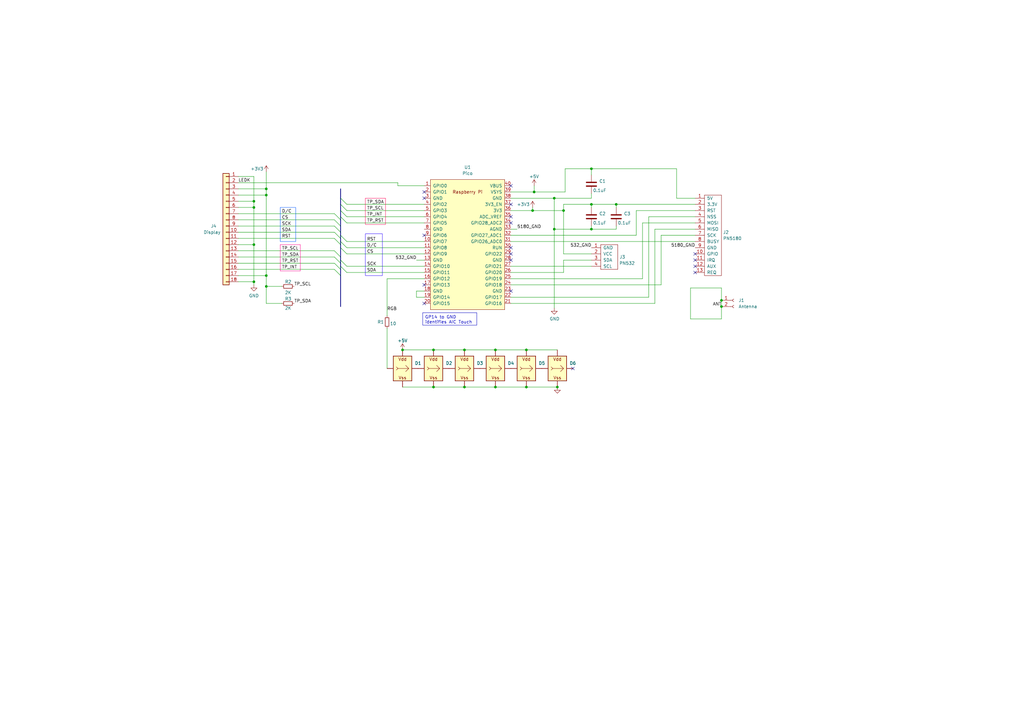
<source format=kicad_sch>
(kicad_sch (version 20230121) (generator eeschema)

  (uuid 2e3f5573-c264-4a8b-a2f0-0e6473d39aad)

  (paper "A3")

  (lib_symbols
    (symbol "Connector:Conn_01x02_Female" (pin_names (offset 1.016) hide) (in_bom yes) (on_board yes)
      (property "Reference" "J" (at 0 2.54 0)
        (effects (font (size 1.27 1.27)))
      )
      (property "Value" "Conn_01x02_Female" (at 0 -5.08 0)
        (effects (font (size 1.27 1.27)))
      )
      (property "Footprint" "" (at 0 0 0)
        (effects (font (size 1.27 1.27)) hide)
      )
      (property "Datasheet" "~" (at 0 0 0)
        (effects (font (size 1.27 1.27)) hide)
      )
      (property "ki_keywords" "connector" (at 0 0 0)
        (effects (font (size 1.27 1.27)) hide)
      )
      (property "ki_description" "Generic connector, single row, 01x02, script generated (kicad-library-utils/schlib/autogen/connector/)" (at 0 0 0)
        (effects (font (size 1.27 1.27)) hide)
      )
      (property "ki_fp_filters" "Connector*:*_1x??_*" (at 0 0 0)
        (effects (font (size 1.27 1.27)) hide)
      )
      (symbol "Conn_01x02_Female_1_1"
        (arc (start 0 -2.032) (mid -0.5058 -2.54) (end 0 -3.048)
          (stroke (width 0.1524) (type default))
          (fill (type none))
        )
        (polyline
          (pts
            (xy -1.27 -2.54)
            (xy -0.508 -2.54)
          )
          (stroke (width 0.1524) (type default))
          (fill (type none))
        )
        (polyline
          (pts
            (xy -1.27 0)
            (xy -0.508 0)
          )
          (stroke (width 0.1524) (type default))
          (fill (type none))
        )
        (arc (start 0 0.508) (mid -0.5058 0) (end 0 -0.508)
          (stroke (width 0.1524) (type default))
          (fill (type none))
        )
        (pin passive line (at -5.08 0 0) (length 3.81)
          (name "Pin_1" (effects (font (size 1.27 1.27))))
          (number "1" (effects (font (size 1.27 1.27))))
        )
        (pin passive line (at -5.08 -2.54 0) (length 3.81)
          (name "Pin_2" (effects (font (size 1.27 1.27))))
          (number "2" (effects (font (size 1.27 1.27))))
        )
      )
    )
    (symbol "Connector_Generic:Conn_01x18" (pin_names (offset 1.016) hide) (in_bom yes) (on_board yes)
      (property "Reference" "J" (at 0 22.86 0)
        (effects (font (size 1.27 1.27)))
      )
      (property "Value" "Conn_01x18" (at 0 -25.4 0)
        (effects (font (size 1.27 1.27)))
      )
      (property "Footprint" "" (at 0 0 0)
        (effects (font (size 1.27 1.27)) hide)
      )
      (property "Datasheet" "~" (at 0 0 0)
        (effects (font (size 1.27 1.27)) hide)
      )
      (property "ki_keywords" "connector" (at 0 0 0)
        (effects (font (size 1.27 1.27)) hide)
      )
      (property "ki_description" "Generic connector, single row, 01x18, script generated (kicad-library-utils/schlib/autogen/connector/)" (at 0 0 0)
        (effects (font (size 1.27 1.27)) hide)
      )
      (property "ki_fp_filters" "Connector*:*_1x??_*" (at 0 0 0)
        (effects (font (size 1.27 1.27)) hide)
      )
      (symbol "Conn_01x18_1_1"
        (rectangle (start -1.27 -22.733) (end 0 -22.987)
          (stroke (width 0.1524) (type default))
          (fill (type none))
        )
        (rectangle (start -1.27 -20.193) (end 0 -20.447)
          (stroke (width 0.1524) (type default))
          (fill (type none))
        )
        (rectangle (start -1.27 -17.653) (end 0 -17.907)
          (stroke (width 0.1524) (type default))
          (fill (type none))
        )
        (rectangle (start -1.27 -15.113) (end 0 -15.367)
          (stroke (width 0.1524) (type default))
          (fill (type none))
        )
        (rectangle (start -1.27 -12.573) (end 0 -12.827)
          (stroke (width 0.1524) (type default))
          (fill (type none))
        )
        (rectangle (start -1.27 -10.033) (end 0 -10.287)
          (stroke (width 0.1524) (type default))
          (fill (type none))
        )
        (rectangle (start -1.27 -7.493) (end 0 -7.747)
          (stroke (width 0.1524) (type default))
          (fill (type none))
        )
        (rectangle (start -1.27 -4.953) (end 0 -5.207)
          (stroke (width 0.1524) (type default))
          (fill (type none))
        )
        (rectangle (start -1.27 -2.413) (end 0 -2.667)
          (stroke (width 0.1524) (type default))
          (fill (type none))
        )
        (rectangle (start -1.27 0.127) (end 0 -0.127)
          (stroke (width 0.1524) (type default))
          (fill (type none))
        )
        (rectangle (start -1.27 2.667) (end 0 2.413)
          (stroke (width 0.1524) (type default))
          (fill (type none))
        )
        (rectangle (start -1.27 5.207) (end 0 4.953)
          (stroke (width 0.1524) (type default))
          (fill (type none))
        )
        (rectangle (start -1.27 7.747) (end 0 7.493)
          (stroke (width 0.1524) (type default))
          (fill (type none))
        )
        (rectangle (start -1.27 10.287) (end 0 10.033)
          (stroke (width 0.1524) (type default))
          (fill (type none))
        )
        (rectangle (start -1.27 12.827) (end 0 12.573)
          (stroke (width 0.1524) (type default))
          (fill (type none))
        )
        (rectangle (start -1.27 15.367) (end 0 15.113)
          (stroke (width 0.1524) (type default))
          (fill (type none))
        )
        (rectangle (start -1.27 17.907) (end 0 17.653)
          (stroke (width 0.1524) (type default))
          (fill (type none))
        )
        (rectangle (start -1.27 20.447) (end 0 20.193)
          (stroke (width 0.1524) (type default))
          (fill (type none))
        )
        (rectangle (start -1.27 21.59) (end 1.27 -24.13)
          (stroke (width 0.254) (type default))
          (fill (type background))
        )
        (pin passive line (at -5.08 20.32 0) (length 3.81)
          (name "Pin_1" (effects (font (size 1.27 1.27))))
          (number "1" (effects (font (size 1.27 1.27))))
        )
        (pin passive line (at -5.08 -2.54 0) (length 3.81)
          (name "Pin_10" (effects (font (size 1.27 1.27))))
          (number "10" (effects (font (size 1.27 1.27))))
        )
        (pin passive line (at -5.08 -5.08 0) (length 3.81)
          (name "Pin_11" (effects (font (size 1.27 1.27))))
          (number "11" (effects (font (size 1.27 1.27))))
        )
        (pin passive line (at -5.08 -7.62 0) (length 3.81)
          (name "Pin_12" (effects (font (size 1.27 1.27))))
          (number "12" (effects (font (size 1.27 1.27))))
        )
        (pin passive line (at -5.08 -10.16 0) (length 3.81)
          (name "Pin_13" (effects (font (size 1.27 1.27))))
          (number "13" (effects (font (size 1.27 1.27))))
        )
        (pin passive line (at -5.08 -12.7 0) (length 3.81)
          (name "Pin_14" (effects (font (size 1.27 1.27))))
          (number "14" (effects (font (size 1.27 1.27))))
        )
        (pin passive line (at -5.08 -15.24 0) (length 3.81)
          (name "Pin_15" (effects (font (size 1.27 1.27))))
          (number "15" (effects (font (size 1.27 1.27))))
        )
        (pin passive line (at -5.08 -17.78 0) (length 3.81)
          (name "Pin_16" (effects (font (size 1.27 1.27))))
          (number "16" (effects (font (size 1.27 1.27))))
        )
        (pin passive line (at -5.08 -20.32 0) (length 3.81)
          (name "Pin_17" (effects (font (size 1.27 1.27))))
          (number "17" (effects (font (size 1.27 1.27))))
        )
        (pin passive line (at -5.08 -22.86 0) (length 3.81)
          (name "Pin_18" (effects (font (size 1.27 1.27))))
          (number "18" (effects (font (size 1.27 1.27))))
        )
        (pin passive line (at -5.08 17.78 0) (length 3.81)
          (name "Pin_2" (effects (font (size 1.27 1.27))))
          (number "2" (effects (font (size 1.27 1.27))))
        )
        (pin passive line (at -5.08 15.24 0) (length 3.81)
          (name "Pin_3" (effects (font (size 1.27 1.27))))
          (number "3" (effects (font (size 1.27 1.27))))
        )
        (pin passive line (at -5.08 12.7 0) (length 3.81)
          (name "Pin_4" (effects (font (size 1.27 1.27))))
          (number "4" (effects (font (size 1.27 1.27))))
        )
        (pin passive line (at -5.08 10.16 0) (length 3.81)
          (name "Pin_5" (effects (font (size 1.27 1.27))))
          (number "5" (effects (font (size 1.27 1.27))))
        )
        (pin passive line (at -5.08 7.62 0) (length 3.81)
          (name "Pin_6" (effects (font (size 1.27 1.27))))
          (number "6" (effects (font (size 1.27 1.27))))
        )
        (pin passive line (at -5.08 5.08 0) (length 3.81)
          (name "Pin_7" (effects (font (size 1.27 1.27))))
          (number "7" (effects (font (size 1.27 1.27))))
        )
        (pin passive line (at -5.08 2.54 0) (length 3.81)
          (name "Pin_8" (effects (font (size 1.27 1.27))))
          (number "8" (effects (font (size 1.27 1.27))))
        )
        (pin passive line (at -5.08 0 0) (length 3.81)
          (name "Pin_9" (effects (font (size 1.27 1.27))))
          (number "9" (effects (font (size 1.27 1.27))))
        )
      )
    )
    (symbol "Device:C" (pin_numbers hide) (pin_names (offset 0.254)) (in_bom yes) (on_board yes)
      (property "Reference" "C" (at 0.635 2.54 0)
        (effects (font (size 1.27 1.27)) (justify left))
      )
      (property "Value" "C" (at 0.635 -2.54 0)
        (effects (font (size 1.27 1.27)) (justify left))
      )
      (property "Footprint" "" (at 0.9652 -3.81 0)
        (effects (font (size 1.27 1.27)) hide)
      )
      (property "Datasheet" "~" (at 0 0 0)
        (effects (font (size 1.27 1.27)) hide)
      )
      (property "ki_keywords" "cap capacitor" (at 0 0 0)
        (effects (font (size 1.27 1.27)) hide)
      )
      (property "ki_description" "Unpolarized capacitor" (at 0 0 0)
        (effects (font (size 1.27 1.27)) hide)
      )
      (property "ki_fp_filters" "C_*" (at 0 0 0)
        (effects (font (size 1.27 1.27)) hide)
      )
      (symbol "C_0_1"
        (polyline
          (pts
            (xy -2.032 -0.762)
            (xy 2.032 -0.762)
          )
          (stroke (width 0.508) (type default))
          (fill (type none))
        )
        (polyline
          (pts
            (xy -2.032 0.762)
            (xy 2.032 0.762)
          )
          (stroke (width 0.508) (type default))
          (fill (type none))
        )
      )
      (symbol "C_1_1"
        (pin passive line (at 0 3.81 270) (length 2.794)
          (name "~" (effects (font (size 1.27 1.27))))
          (number "1" (effects (font (size 1.27 1.27))))
        )
        (pin passive line (at 0 -3.81 90) (length 2.794)
          (name "~" (effects (font (size 1.27 1.27))))
          (number "2" (effects (font (size 1.27 1.27))))
        )
      )
    )
    (symbol "Device:R_Small" (pin_numbers hide) (pin_names (offset 0.254) hide) (in_bom yes) (on_board yes)
      (property "Reference" "R" (at 0.762 0.508 0)
        (effects (font (size 1.27 1.27)) (justify left))
      )
      (property "Value" "R_Small" (at 0.762 -1.016 0)
        (effects (font (size 1.27 1.27)) (justify left))
      )
      (property "Footprint" "" (at 0 0 0)
        (effects (font (size 1.27 1.27)) hide)
      )
      (property "Datasheet" "~" (at 0 0 0)
        (effects (font (size 1.27 1.27)) hide)
      )
      (property "ki_keywords" "R resistor" (at 0 0 0)
        (effects (font (size 1.27 1.27)) hide)
      )
      (property "ki_description" "Resistor, small symbol" (at 0 0 0)
        (effects (font (size 1.27 1.27)) hide)
      )
      (property "ki_fp_filters" "R_*" (at 0 0 0)
        (effects (font (size 1.27 1.27)) hide)
      )
      (symbol "R_Small_0_1"
        (rectangle (start -0.762 1.778) (end 0.762 -1.778)
          (stroke (width 0.2032) (type default))
          (fill (type none))
        )
      )
      (symbol "R_Small_1_1"
        (pin passive line (at 0 2.54 270) (length 0.762)
          (name "~" (effects (font (size 1.27 1.27))))
          (number "1" (effects (font (size 1.27 1.27))))
        )
        (pin passive line (at 0 -2.54 90) (length 0.762)
          (name "~" (effects (font (size 1.27 1.27))))
          (number "2" (effects (font (size 1.27 1.27))))
        )
      )
    )
    (symbol "aic_pico:PN5180" (pin_names (offset 1.016)) (in_bom yes) (on_board yes)
      (property "Reference" "J" (at 0 17.78 0)
        (effects (font (size 1.27 1.27)))
      )
      (property "Value" "PN5180" (at 0 -18.415 0)
        (effects (font (size 1.27 1.27)))
      )
      (property "Footprint" "aic_pico:pn5180_conn" (at 0 -17.145 0)
        (effects (font (size 1.27 1.27)) hide)
      )
      (property "Datasheet" "" (at 0 0 0)
        (effects (font (size 1.27 1.27)) hide)
      )
      (property "ki_keywords" "connector" (at 0 0 0)
        (effects (font (size 1.27 1.27)) hide)
      )
      (property "ki_description" "Generic connector, single row, 01x13, script generated" (at 0 0 0)
        (effects (font (size 1.27 1.27)) hide)
      )
      (property "ki_fp_filters" "Connector*:*_1x??_*" (at 0 0 0)
        (effects (font (size 1.27 1.27)) hide)
      )
      (symbol "PN5180_1_1"
        (rectangle (start -1.27 16.51) (end 5.715 -16.51)
          (stroke (width 0) (type default))
          (fill (type none))
        )
        (pin power_in line (at -5.08 15.24 0) (length 3.81)
          (name "5V" (effects (font (size 1.27 1.27))))
          (number "1" (effects (font (size 1.27 1.27))))
        )
        (pin bidirectional line (at -5.08 -7.62 0) (length 3.81)
          (name "GPIO" (effects (font (size 1.27 1.27))))
          (number "10" (effects (font (size 1.27 1.27))))
        )
        (pin output line (at -5.08 -10.16 0) (length 3.81)
          (name "IRQ" (effects (font (size 1.27 1.27))))
          (number "11" (effects (font (size 1.27 1.27))))
        )
        (pin bidirectional line (at -5.08 -12.7 0) (length 3.81)
          (name "AUX" (effects (font (size 1.27 1.27))))
          (number "12" (effects (font (size 1.27 1.27))))
        )
        (pin bidirectional line (at -5.08 -15.24 0) (length 3.81)
          (name "REQ" (effects (font (size 1.27 1.27))))
          (number "13" (effects (font (size 1.27 1.27))))
        )
        (pin power_in line (at -5.08 12.7 0) (length 3.81)
          (name "3.3V" (effects (font (size 1.27 1.27))))
          (number "2" (effects (font (size 1.27 1.27))))
        )
        (pin input line (at -5.08 10.16 0) (length 3.81)
          (name "RST" (effects (font (size 1.27 1.27))))
          (number "3" (effects (font (size 1.27 1.27))))
        )
        (pin input line (at -5.08 7.62 0) (length 3.81)
          (name "NSS" (effects (font (size 1.27 1.27))))
          (number "4" (effects (font (size 1.27 1.27))))
        )
        (pin input line (at -5.08 5.08 0) (length 3.81)
          (name "MOSI" (effects (font (size 1.27 1.27))))
          (number "5" (effects (font (size 1.27 1.27))))
        )
        (pin output line (at -5.08 2.54 0) (length 3.81)
          (name "MISO" (effects (font (size 1.27 1.27))))
          (number "6" (effects (font (size 1.27 1.27))))
        )
        (pin input line (at -5.08 0 0) (length 3.81)
          (name "SCK" (effects (font (size 1.27 1.27))))
          (number "7" (effects (font (size 1.27 1.27))))
        )
        (pin output line (at -5.08 -2.54 0) (length 3.81)
          (name "BUSY" (effects (font (size 1.27 1.27))))
          (number "8" (effects (font (size 1.27 1.27))))
        )
        (pin power_in line (at -5.08 -5.08 0) (length 3.81)
          (name "GND" (effects (font (size 1.27 1.27))))
          (number "9" (effects (font (size 1.27 1.27))))
        )
      )
    )
    (symbol "aic_pico:PN532" (pin_names (offset 1.016)) (in_bom yes) (on_board yes)
      (property "Reference" "J" (at -1.27 6.35 0)
        (effects (font (size 1.27 1.27)))
      )
      (property "Value" "PN532" (at 1.27 -6.985 0)
        (effects (font (size 1.27 1.27)))
      )
      (property "Footprint" "aic_pico:pn532_conn" (at -0.635 -7.62 0)
        (effects (font (size 1.27 1.27)) hide)
      )
      (property "Datasheet" "" (at 0 0 0)
        (effects (font (size 1.27 1.27)) hide)
      )
      (property "ki_keywords" "connector" (at 0 0 0)
        (effects (font (size 1.27 1.27)) hide)
      )
      (property "ki_description" "Generic connector, single row, 01x13, script generated" (at 0 0 0)
        (effects (font (size 1.27 1.27)) hide)
      )
      (property "ki_fp_filters" "Connector*:*_1x??_*" (at 0 0 0)
        (effects (font (size 1.27 1.27)) hide)
      )
      (symbol "PN532_1_1"
        (rectangle (start -2.54 5.08) (end 4.445 -5.08)
          (stroke (width 0) (type default))
          (fill (type none))
        )
        (pin power_in line (at -6.35 3.81 0) (length 3.81)
          (name "GND" (effects (font (size 1.27 1.27))))
          (number "1" (effects (font (size 1.27 1.27))))
        )
        (pin power_in line (at -6.35 1.27 0) (length 3.81)
          (name "VCC" (effects (font (size 1.27 1.27))))
          (number "2" (effects (font (size 1.27 1.27))))
        )
        (pin bidirectional line (at -6.35 -1.27 0) (length 3.81)
          (name "SDA" (effects (font (size 1.27 1.27))))
          (number "3" (effects (font (size 1.27 1.27))))
        )
        (pin bidirectional line (at -6.35 -3.81 0) (length 3.81)
          (name "SCL" (effects (font (size 1.27 1.27))))
          (number "4" (effects (font (size 1.27 1.27))))
        )
      )
    )
    (symbol "aic_pico:Pico_Trim" (pin_names (offset 1.016)) (in_bom yes) (on_board yes)
      (property "Reference" "U" (at -13.97 27.94 0)
        (effects (font (size 1.27 1.27)))
      )
      (property "Value" "Pico_Trim" (at 0 19.05 0)
        (effects (font (size 1.27 1.27)))
      )
      (property "Footprint" "aic_pico:RPi_Pico_SMD_No_USB" (at 0 0 90)
        (effects (font (size 1.27 1.27)) hide)
      )
      (property "Datasheet" "" (at 0 0 0)
        (effects (font (size 1.27 1.27)) hide)
      )
      (symbol "Pico_Trim_0_0"
        (text "Raspberry Pi" (at 0 21.59 0)
          (effects (font (size 1.27 1.27)))
        )
      )
      (symbol "Pico_Trim_0_1"
        (rectangle (start -15.24 26.67) (end 15.24 -26.67)
          (stroke (width 0) (type default))
          (fill (type background))
        )
      )
      (symbol "Pico_Trim_1_1"
        (pin bidirectional line (at -17.78 24.13 0) (length 2.54)
          (name "GPIO0" (effects (font (size 1.27 1.27))))
          (number "1" (effects (font (size 1.27 1.27))))
        )
        (pin bidirectional line (at -17.78 1.27 0) (length 2.54)
          (name "GPIO7" (effects (font (size 1.27 1.27))))
          (number "10" (effects (font (size 1.27 1.27))))
        )
        (pin bidirectional line (at -17.78 -1.27 0) (length 2.54)
          (name "GPIO8" (effects (font (size 1.27 1.27))))
          (number "11" (effects (font (size 1.27 1.27))))
        )
        (pin bidirectional line (at -17.78 -3.81 0) (length 2.54)
          (name "GPIO9" (effects (font (size 1.27 1.27))))
          (number "12" (effects (font (size 1.27 1.27))))
        )
        (pin power_in line (at -17.78 -6.35 0) (length 2.54)
          (name "GND" (effects (font (size 1.27 1.27))))
          (number "13" (effects (font (size 1.27 1.27))))
        )
        (pin bidirectional line (at -17.78 -8.89 0) (length 2.54)
          (name "GPIO10" (effects (font (size 1.27 1.27))))
          (number "14" (effects (font (size 1.27 1.27))))
        )
        (pin bidirectional line (at -17.78 -11.43 0) (length 2.54)
          (name "GPIO11" (effects (font (size 1.27 1.27))))
          (number "15" (effects (font (size 1.27 1.27))))
        )
        (pin bidirectional line (at -17.78 -13.97 0) (length 2.54)
          (name "GPIO12" (effects (font (size 1.27 1.27))))
          (number "16" (effects (font (size 1.27 1.27))))
        )
        (pin bidirectional line (at -17.78 -16.51 0) (length 2.54)
          (name "GPIO13" (effects (font (size 1.27 1.27))))
          (number "17" (effects (font (size 1.27 1.27))))
        )
        (pin power_in line (at -17.78 -19.05 0) (length 2.54)
          (name "GND" (effects (font (size 1.27 1.27))))
          (number "18" (effects (font (size 1.27 1.27))))
        )
        (pin bidirectional line (at -17.78 -21.59 0) (length 2.54)
          (name "GPIO14" (effects (font (size 1.27 1.27))))
          (number "19" (effects (font (size 1.27 1.27))))
        )
        (pin bidirectional line (at -17.78 21.59 0) (length 2.54)
          (name "GPIO1" (effects (font (size 1.27 1.27))))
          (number "2" (effects (font (size 1.27 1.27))))
        )
        (pin bidirectional line (at -17.78 -24.13 0) (length 2.54)
          (name "GPIO15" (effects (font (size 1.27 1.27))))
          (number "20" (effects (font (size 1.27 1.27))))
        )
        (pin bidirectional line (at 17.78 -24.13 180) (length 2.54)
          (name "GPIO16" (effects (font (size 1.27 1.27))))
          (number "21" (effects (font (size 1.27 1.27))))
        )
        (pin bidirectional line (at 17.78 -21.59 180) (length 2.54)
          (name "GPIO17" (effects (font (size 1.27 1.27))))
          (number "22" (effects (font (size 1.27 1.27))))
        )
        (pin power_in line (at 17.78 -19.05 180) (length 2.54)
          (name "GND" (effects (font (size 1.27 1.27))))
          (number "23" (effects (font (size 1.27 1.27))))
        )
        (pin bidirectional line (at 17.78 -16.51 180) (length 2.54)
          (name "GPIO18" (effects (font (size 1.27 1.27))))
          (number "24" (effects (font (size 1.27 1.27))))
        )
        (pin bidirectional line (at 17.78 -13.97 180) (length 2.54)
          (name "GPIO19" (effects (font (size 1.27 1.27))))
          (number "25" (effects (font (size 1.27 1.27))))
        )
        (pin bidirectional line (at 17.78 -11.43 180) (length 2.54)
          (name "GPIO20" (effects (font (size 1.27 1.27))))
          (number "26" (effects (font (size 1.27 1.27))))
        )
        (pin bidirectional line (at 17.78 -8.89 180) (length 2.54)
          (name "GPIO21" (effects (font (size 1.27 1.27))))
          (number "27" (effects (font (size 1.27 1.27))))
        )
        (pin power_in line (at 17.78 -6.35 180) (length 2.54)
          (name "GND" (effects (font (size 1.27 1.27))))
          (number "28" (effects (font (size 1.27 1.27))))
        )
        (pin bidirectional line (at 17.78 -3.81 180) (length 2.54)
          (name "GPIO22" (effects (font (size 1.27 1.27))))
          (number "29" (effects (font (size 1.27 1.27))))
        )
        (pin power_in line (at -17.78 19.05 0) (length 2.54)
          (name "GND" (effects (font (size 1.27 1.27))))
          (number "3" (effects (font (size 1.27 1.27))))
        )
        (pin input line (at 17.78 -1.27 180) (length 2.54)
          (name "RUN" (effects (font (size 1.27 1.27))))
          (number "30" (effects (font (size 1.27 1.27))))
        )
        (pin bidirectional line (at 17.78 1.27 180) (length 2.54)
          (name "GPIO26_ADC0" (effects (font (size 1.27 1.27))))
          (number "31" (effects (font (size 1.27 1.27))))
        )
        (pin bidirectional line (at 17.78 3.81 180) (length 2.54)
          (name "GPIO27_ADC1" (effects (font (size 1.27 1.27))))
          (number "32" (effects (font (size 1.27 1.27))))
        )
        (pin power_in line (at 17.78 6.35 180) (length 2.54)
          (name "AGND" (effects (font (size 1.27 1.27))))
          (number "33" (effects (font (size 1.27 1.27))))
        )
        (pin bidirectional line (at 17.78 8.89 180) (length 2.54)
          (name "GPIO28_ADC2" (effects (font (size 1.27 1.27))))
          (number "34" (effects (font (size 1.27 1.27))))
        )
        (pin unspecified line (at 17.78 11.43 180) (length 2.54)
          (name "ADC_VREF" (effects (font (size 1.27 1.27))))
          (number "35" (effects (font (size 1.27 1.27))))
        )
        (pin unspecified line (at 17.78 13.97 180) (length 2.54)
          (name "3V3" (effects (font (size 1.27 1.27))))
          (number "36" (effects (font (size 1.27 1.27))))
        )
        (pin input line (at 17.78 16.51 180) (length 2.54)
          (name "3V3_EN" (effects (font (size 1.27 1.27))))
          (number "37" (effects (font (size 1.27 1.27))))
        )
        (pin bidirectional line (at 17.78 19.05 180) (length 2.54)
          (name "GND" (effects (font (size 1.27 1.27))))
          (number "38" (effects (font (size 1.27 1.27))))
        )
        (pin unspecified line (at 17.78 21.59 180) (length 2.54)
          (name "VSYS" (effects (font (size 1.27 1.27))))
          (number "39" (effects (font (size 1.27 1.27))))
        )
        (pin bidirectional line (at -17.78 16.51 0) (length 2.54)
          (name "GPIO2" (effects (font (size 1.27 1.27))))
          (number "4" (effects (font (size 1.27 1.27))))
        )
        (pin unspecified line (at 17.78 24.13 180) (length 2.54)
          (name "VBUS" (effects (font (size 1.27 1.27))))
          (number "40" (effects (font (size 1.27 1.27))))
        )
        (pin bidirectional line (at -17.78 13.97 0) (length 2.54)
          (name "GPIO3" (effects (font (size 1.27 1.27))))
          (number "5" (effects (font (size 1.27 1.27))))
        )
        (pin bidirectional line (at -17.78 11.43 0) (length 2.54)
          (name "GPIO4" (effects (font (size 1.27 1.27))))
          (number "6" (effects (font (size 1.27 1.27))))
        )
        (pin bidirectional line (at -17.78 8.89 0) (length 2.54)
          (name "GPIO5" (effects (font (size 1.27 1.27))))
          (number "7" (effects (font (size 1.27 1.27))))
        )
        (pin power_in line (at -17.78 6.35 0) (length 2.54)
          (name "GND" (effects (font (size 1.27 1.27))))
          (number "8" (effects (font (size 1.27 1.27))))
        )
        (pin bidirectional line (at -17.78 3.81 0) (length 2.54)
          (name "GPIO6" (effects (font (size 1.27 1.27))))
          (number "9" (effects (font (size 1.27 1.27))))
        )
      )
    )
    (symbol "aic_pico:WS2812B_Unified" (pin_numbers hide) (pin_names (offset 0.254) hide) (in_bom yes) (on_board yes)
      (property "Reference" "D10" (at 2.54 6.35 0)
        (effects (font (size 1.27 1.27)))
      )
      (property "Value" "WS2812B_Unified" (at 15.24 1.7907 0)
        (effects (font (size 1.27 1.27)) hide)
      )
      (property "Footprint" "iidx_pico:WS2812B-2835" (at 1.27 -7.62 0)
        (effects (font (size 1.27 1.27)) (justify left top) hide)
      )
      (property "Datasheet" "" (at 2.54 -9.525 0)
        (effects (font (size 1.27 1.27)) (justify left top) hide)
      )
      (property "ki_keywords" "RGB LED NeoPixel addressable" (at 0 0 0)
        (effects (font (size 1.27 1.27)) hide)
      )
      (property "ki_description" "RGB LED with integrated controller" (at 0 0 0)
        (effects (font (size 1.27 1.27)) hide)
      )
      (property "ki_fp_filters" "LED*WS2812" (at 0 0 0)
        (effects (font (size 1.27 1.27)) hide)
      )
      (symbol "WS2812B_Unified_0_0"
        (polyline
          (pts
            (xy -1.905 0)
            (xy 2.54 0)
            (xy 1.27 1.27)
          )
          (stroke (width 0) (type default))
          (fill (type none))
        )
        (text "Vdd" (at 0 3.81 0)
          (effects (font (size 1.27 1.27)))
        )
        (text "Vss" (at 0 -3.81 0)
          (effects (font (size 1.27 1.27)))
        )
      )
      (symbol "WS2812B_Unified_0_1"
        (rectangle (start -3.81 5.08) (end 3.81 -5.08)
          (stroke (width 0.254) (type default))
          (fill (type background))
        )
        (polyline
          (pts
            (xy 1.27 -1.27)
            (xy 2.54 0)
          )
          (stroke (width 0) (type default))
          (fill (type none))
        )
        (polyline
          (pts
            (xy -2.54 0.635)
            (xy -1.905 0)
            (xy -2.54 -0.635)
          )
          (stroke (width 0) (type default))
          (fill (type none))
        )
      )
      (symbol "WS2812B_Unified_1_1"
        (pin power_in line (at 0 -7.62 90) (length 2.54)
          (name "VSS" (effects (font (size 1.27 1.27))))
          (number "G" (effects (font (size 1.27 1.27))))
        )
        (pin input line (at -6.35 0 0) (length 2.54)
          (name "In" (effects (font (size 1.27 1.27))))
          (number "I" (effects (font (size 1.27 1.27))))
        )
        (pin output line (at 6.35 0 180) (length 2.54)
          (name "Out" (effects (font (size 1.27 1.27))))
          (number "O" (effects (font (size 1.27 1.27))))
        )
        (pin power_in line (at 0 7.62 270) (length 2.54)
          (name "VDD" (effects (font (size 1.27 1.27))))
          (number "V" (effects (font (size 1.27 1.27))))
        )
      )
    )
    (symbol "power:+3V3" (power) (pin_names (offset 0)) (in_bom yes) (on_board yes)
      (property "Reference" "#PWR" (at 0 -3.81 0)
        (effects (font (size 1.27 1.27)) hide)
      )
      (property "Value" "+3V3" (at 0 3.556 0)
        (effects (font (size 1.27 1.27)))
      )
      (property "Footprint" "" (at 0 0 0)
        (effects (font (size 1.27 1.27)) hide)
      )
      (property "Datasheet" "" (at 0 0 0)
        (effects (font (size 1.27 1.27)) hide)
      )
      (property "ki_keywords" "power-flag" (at 0 0 0)
        (effects (font (size 1.27 1.27)) hide)
      )
      (property "ki_description" "Power symbol creates a global label with name \"+3V3\"" (at 0 0 0)
        (effects (font (size 1.27 1.27)) hide)
      )
      (symbol "+3V3_0_1"
        (polyline
          (pts
            (xy -0.762 1.27)
            (xy 0 2.54)
          )
          (stroke (width 0) (type default))
          (fill (type none))
        )
        (polyline
          (pts
            (xy 0 0)
            (xy 0 2.54)
          )
          (stroke (width 0) (type default))
          (fill (type none))
        )
        (polyline
          (pts
            (xy 0 2.54)
            (xy 0.762 1.27)
          )
          (stroke (width 0) (type default))
          (fill (type none))
        )
      )
      (symbol "+3V3_1_1"
        (pin power_in line (at 0 0 90) (length 0) hide
          (name "+3V3" (effects (font (size 1.27 1.27))))
          (number "1" (effects (font (size 1.27 1.27))))
        )
      )
    )
    (symbol "power:+5V" (power) (pin_names (offset 0)) (in_bom yes) (on_board yes)
      (property "Reference" "#PWR" (at 0 -3.81 0)
        (effects (font (size 1.27 1.27)) hide)
      )
      (property "Value" "+5V" (at 0 3.556 0)
        (effects (font (size 1.27 1.27)))
      )
      (property "Footprint" "" (at 0 0 0)
        (effects (font (size 1.27 1.27)) hide)
      )
      (property "Datasheet" "" (at 0 0 0)
        (effects (font (size 1.27 1.27)) hide)
      )
      (property "ki_keywords" "power-flag" (at 0 0 0)
        (effects (font (size 1.27 1.27)) hide)
      )
      (property "ki_description" "Power symbol creates a global label with name \"+5V\"" (at 0 0 0)
        (effects (font (size 1.27 1.27)) hide)
      )
      (symbol "+5V_0_1"
        (polyline
          (pts
            (xy -0.762 1.27)
            (xy 0 2.54)
          )
          (stroke (width 0) (type default))
          (fill (type none))
        )
        (polyline
          (pts
            (xy 0 0)
            (xy 0 2.54)
          )
          (stroke (width 0) (type default))
          (fill (type none))
        )
        (polyline
          (pts
            (xy 0 2.54)
            (xy 0.762 1.27)
          )
          (stroke (width 0) (type default))
          (fill (type none))
        )
      )
      (symbol "+5V_1_1"
        (pin power_in line (at 0 0 90) (length 0) hide
          (name "+5V" (effects (font (size 1.27 1.27))))
          (number "1" (effects (font (size 1.27 1.27))))
        )
      )
    )
    (symbol "power:GND" (power) (pin_names (offset 0)) (in_bom yes) (on_board yes)
      (property "Reference" "#PWR" (at 0 -6.35 0)
        (effects (font (size 1.27 1.27)) hide)
      )
      (property "Value" "GND" (at 0 -3.81 0)
        (effects (font (size 1.27 1.27)))
      )
      (property "Footprint" "" (at 0 0 0)
        (effects (font (size 1.27 1.27)) hide)
      )
      (property "Datasheet" "" (at 0 0 0)
        (effects (font (size 1.27 1.27)) hide)
      )
      (property "ki_keywords" "power-flag" (at 0 0 0)
        (effects (font (size 1.27 1.27)) hide)
      )
      (property "ki_description" "Power symbol creates a global label with name \"GND\" , ground" (at 0 0 0)
        (effects (font (size 1.27 1.27)) hide)
      )
      (symbol "GND_0_1"
        (polyline
          (pts
            (xy 0 0)
            (xy 0 -1.27)
            (xy 1.27 -1.27)
            (xy 0 -2.54)
            (xy -1.27 -1.27)
            (xy 0 -1.27)
          )
          (stroke (width 0) (type default))
          (fill (type none))
        )
      )
      (symbol "GND_1_1"
        (pin power_in line (at 0 0 270) (length 0) hide
          (name "GND" (effects (font (size 1.27 1.27))))
          (number "1" (effects (font (size 1.27 1.27))))
        )
      )
    )
  )

  (junction (at 252.73 83.82) (diameter 0) (color 0 0 0 0)
    (uuid 0f705086-8757-4ccd-898e-850f1e34f022)
  )
  (junction (at 177.8 158.75) (diameter 0) (color 0 0 0 0)
    (uuid 1535672b-00bd-4f01-b5f6-6c89487baad7)
  )
  (junction (at 109.22 113.03) (diameter 0) (color 0 0 0 0)
    (uuid 195819ec-fc70-4fe7-adcb-f8ead16cb200)
  )
  (junction (at 231.14 86.36) (diameter 0) (color 0 0 0 0)
    (uuid 1ccde71d-c9c6-4af2-b0a7-4d46955d8a7d)
  )
  (junction (at 215.9 143.51) (diameter 0) (color 0 0 0 0)
    (uuid 26448785-d6dc-4007-a201-81d140779ec5)
  )
  (junction (at 190.5 143.51) (diameter 0) (color 0 0 0 0)
    (uuid 264684aa-feba-4b81-adea-cb023c8c69d5)
  )
  (junction (at 190.5 158.75) (diameter 0) (color 0 0 0 0)
    (uuid 307b47b3-1ef1-480d-8c2d-2ffcb1fdcdc2)
  )
  (junction (at 177.8 143.51) (diameter 0) (color 0 0 0 0)
    (uuid 416e621e-c1e9-4b5a-a420-6c5b2cb432b5)
  )
  (junction (at 203.2 158.75) (diameter 0) (color 0 0 0 0)
    (uuid 4d02e5f1-05e6-4474-a6f7-a3866e145eab)
  )
  (junction (at 227.33 81.28) (diameter 0) (color 0 0 0 0)
    (uuid 4da63b57-0a29-4ae2-87dd-1565ade09d3d)
  )
  (junction (at 242.57 93.98) (diameter 0) (color 0 0 0 0)
    (uuid 5135447d-eb65-4a4e-95ee-d08583074355)
  )
  (junction (at 165.1 143.51) (diameter 0) (color 0 0 0 0)
    (uuid 5a771f0e-90db-42f5-bbb7-c78542f642aa)
  )
  (junction (at 109.22 117.475) (diameter 0) (color 0 0 0 0)
    (uuid 60ed15fe-87cf-4c25-8377-9eeeacc7458f)
  )
  (junction (at 218.44 86.36) (diameter 0) (color 0 0 0 0)
    (uuid 686e90fd-231c-4609-97ac-0d21140c846a)
  )
  (junction (at 228.6 158.75) (diameter 0) (color 0 0 0 0)
    (uuid 716ff7f6-a7b7-4255-80ba-034d7f03f119)
  )
  (junction (at 104.14 85.09) (diameter 0) (color 0 0 0 0)
    (uuid 7b297fc4-2a44-4721-800e-d2fe1a3e6bd1)
  )
  (junction (at 104.14 115.57) (diameter 0) (color 0 0 0 0)
    (uuid 87c20c2c-07b1-4be9-9cf3-3c1c8cb84d93)
  )
  (junction (at 203.2 143.51) (diameter 0) (color 0 0 0 0)
    (uuid 941ccbb3-6ecf-4dfe-9a14-a585de4ff137)
  )
  (junction (at 215.9 158.75) (diameter 0) (color 0 0 0 0)
    (uuid 98f45ed8-3359-4049-8b8e-49336e162522)
  )
  (junction (at 219.075 78.74) (diameter 0) (color 0 0 0 0)
    (uuid a4cecb75-2c58-40cb-ba5b-7f8182abf5a7)
  )
  (junction (at 109.22 80.01) (diameter 0) (color 0 0 0 0)
    (uuid a6c4df32-05b0-4540-bdc1-ab4155f2b0a6)
  )
  (junction (at 109.22 77.47) (diameter 0) (color 0 0 0 0)
    (uuid a711bd98-c1f5-444a-ace6-c6fb40082bd0)
  )
  (junction (at 295.91 123.19) (diameter 0) (color 0 0 0 0)
    (uuid b8b3249a-1330-4dc7-9518-f865d92fefd6)
  )
  (junction (at 104.14 100.33) (diameter 0) (color 0 0 0 0)
    (uuid da5223dc-1c46-41af-8505-d59313de5639)
  )
  (junction (at 227.33 93.98) (diameter 0) (color 0 0 0 0)
    (uuid e1fa0b69-c0b3-446c-bbcd-cdf57e1e0fac)
  )
  (junction (at 242.57 69.215) (diameter 0) (color 0 0 0 0)
    (uuid e2b3a7b5-7002-46ae-a341-cbb54d2539ec)
  )
  (junction (at 242.57 83.82) (diameter 0) (color 0 0 0 0)
    (uuid ebe26ef2-89f0-48db-a530-c1707503284b)
  )
  (junction (at 295.91 125.73) (diameter 0) (color 0 0 0 0)
    (uuid f447bbaa-3251-493f-b974-3e55f57bf618)
  )
  (junction (at 104.14 82.55) (diameter 0) (color 0 0 0 0)
    (uuid fffe80bd-e6b2-45d8-aa4b-18edc8f20b26)
  )

  (no_connect (at 209.55 104.14) (uuid 0d4f6ee4-93b4-4df7-87ba-3de1cc105eda))
  (no_connect (at 285.115 106.68) (uuid 27131769-043e-4002-a458-720fec6bd055))
  (no_connect (at 209.55 119.38) (uuid 3cdaa61c-1f2e-4d4a-a876-d10a669558c7))
  (no_connect (at 285.115 109.22) (uuid 40c186fe-de5d-436a-a0b6-db6698290ac0))
  (no_connect (at 209.55 101.6) (uuid 490ed4ff-9da7-4951-bd46-3715875e8850))
  (no_connect (at 209.55 83.82) (uuid 490ed4ff-9da7-4951-bd46-3715875e8856))
  (no_connect (at 209.55 88.9) (uuid 490ed4ff-9da7-4951-bd46-3715875e8858))
  (no_connect (at 173.99 124.46) (uuid 4a841462-8c86-4850-9dd9-3ab9c50d54e4))
  (no_connect (at 209.55 91.44) (uuid 4fd199c4-5de5-42fd-82e8-5266094a993d))
  (no_connect (at 209.55 106.68) (uuid 50e43603-93bb-416f-9947-7a49bb4ac049))
  (no_connect (at 234.95 151.13) (uuid 58ffe2e7-e3e3-49cc-9161-310b712decd8))
  (no_connect (at 173.99 81.28) (uuid 6bda65a4-a1d7-4c50-9a33-4aebd344462a))
  (no_connect (at 209.55 76.2) (uuid ba58ab36-f6d5-4961-a9a4-40867c047f77))
  (no_connect (at 173.99 116.84) (uuid ba715425-ee40-44ec-b5fb-279c28eb95ef))
  (no_connect (at 285.115 104.14) (uuid c7a3d5d7-f91e-4c05-bd6f-4028f4e02b41))
  (no_connect (at 173.99 96.52) (uuid d552b4cb-ac65-48fb-937f-dd5c5895fa10))
  (no_connect (at 285.115 111.76) (uuid e5f413f5-26df-4ac3-b8cf-44e3c70ef5a9))
  (no_connect (at 173.99 78.74) (uuid fa664f02-0d31-40d6-8e28-f077a0ea4a12))

  (bus_entry (at 139.7 83.82) (size 2.54 2.54)
    (stroke (width 0) (type default))
    (uuid 15aa62c9-7f37-47db-b719-963b36ad4851)
  )
  (bus_entry (at 137.16 97.79) (size 2.54 2.54)
    (stroke (width 0) (type default))
    (uuid 1b3901c3-3c22-4830-bd33-257548326cad)
  )
  (bus_entry (at 137.16 95.25) (size 2.54 2.54)
    (stroke (width 0) (type default))
    (uuid 4f24b11f-518e-4964-993c-4bc81ecc5b2a)
  )
  (bus_entry (at 139.7 99.06) (size 2.54 2.54)
    (stroke (width 0) (type default))
    (uuid 5b02b06d-3b5a-4196-a822-bfedb0ff15fd)
  )
  (bus_entry (at 137.16 107.95) (size 2.54 2.54)
    (stroke (width 0) (type default))
    (uuid 6cb55b1f-5389-491d-b8b9-ca6bb2ddb655)
  )
  (bus_entry (at 137.16 90.17) (size 2.54 2.54)
    (stroke (width 0) (type default))
    (uuid 7126499b-2864-4d7b-8d0f-ba6a081eb2e1)
  )
  (bus_entry (at 139.7 101.6) (size 2.54 2.54)
    (stroke (width 0) (type default))
    (uuid 755550d8-495e-4bef-935a-334d51a500c9)
  )
  (bus_entry (at 137.16 105.41) (size 2.54 2.54)
    (stroke (width 0) (type default))
    (uuid 84b7dd88-9b3e-4b33-a31f-5790cd0c8856)
  )
  (bus_entry (at 137.16 102.87) (size 2.54 2.54)
    (stroke (width 0) (type default))
    (uuid 8ad26a51-a819-44f2-8bbe-5f585cf0ca00)
  )
  (bus_entry (at 137.16 110.49) (size 2.54 2.54)
    (stroke (width 0) (type default))
    (uuid 9a51478a-6a07-497f-8be9-2d4f4a7d3810)
  )
  (bus_entry (at 139.7 86.36) (size 2.54 2.54)
    (stroke (width 0) (type default))
    (uuid a3dceb6e-f8b8-4aa2-8648-ba6d6034298d)
  )
  (bus_entry (at 139.7 109.22) (size 2.54 2.54)
    (stroke (width 0) (type default))
    (uuid a4787595-b1cc-4052-b764-8658d8caf90d)
  )
  (bus_entry (at 139.7 96.52) (size 2.54 2.54)
    (stroke (width 0) (type default))
    (uuid b8b26519-5341-4c7a-8d9d-2d4869428353)
  )
  (bus_entry (at 139.7 106.68) (size 2.54 2.54)
    (stroke (width 0) (type default))
    (uuid c1a4a63e-283e-45ec-b068-8c3f96903c17)
  )
  (bus_entry (at 137.16 87.63) (size 2.54 2.54)
    (stroke (width 0) (type default))
    (uuid c36ab41b-4fda-4ed7-af35-706d99a2839f)
  )
  (bus_entry (at 139.7 81.28) (size 2.54 2.54)
    (stroke (width 0) (type default))
    (uuid f3555f71-561f-4f5b-b4e2-a6bec788b846)
  )
  (bus_entry (at 137.16 92.71) (size 2.54 2.54)
    (stroke (width 0) (type default))
    (uuid f690ffbf-d18c-4b43-bba2-8eb9d0283ccd)
  )
  (bus_entry (at 139.7 88.9) (size 2.54 2.54)
    (stroke (width 0) (type default))
    (uuid fe76c10d-8d76-4b82-8c52-d51155e8bcb7)
  )

  (wire (pts (xy 231.14 83.82) (xy 242.57 83.82))
    (stroke (width 0) (type default))
    (uuid 017bb6c2-a5a5-45ad-b6a8-016561f67002)
  )
  (wire (pts (xy 97.79 82.55) (xy 104.14 82.55))
    (stroke (width 0) (type default))
    (uuid 0300934b-cc67-4788-9bca-034c19b2cc53)
  )
  (bus (pts (xy 139.7 88.9) (xy 139.7 90.17))
    (stroke (width 0) (type default))
    (uuid 030c3d87-ec84-4844-868a-01b76d7f2524)
  )

  (wire (pts (xy 271.145 96.52) (xy 285.115 96.52))
    (stroke (width 0) (type default))
    (uuid 05318c79-b84f-4bb3-b72b-3d46db2442ae)
  )
  (wire (pts (xy 209.55 86.36) (xy 218.44 86.36))
    (stroke (width 0) (type default))
    (uuid 05df71de-724c-4632-8c41-7288fe19d044)
  )
  (wire (pts (xy 219.075 78.74) (xy 231.775 78.74))
    (stroke (width 0) (type default))
    (uuid 05e49ac0-f443-45ec-b909-456096a77c5e)
  )
  (wire (pts (xy 209.55 114.3) (xy 263.525 114.3))
    (stroke (width 0) (type default))
    (uuid 05ea8712-6b49-4d0e-9c87-baae3b2c0196)
  )
  (wire (pts (xy 242.57 79.375) (xy 242.57 81.28))
    (stroke (width 0) (type default))
    (uuid 06618423-83e3-46e3-b965-61d6144a9373)
  )
  (wire (pts (xy 142.24 83.82) (xy 173.99 83.82))
    (stroke (width 0) (type default))
    (uuid 0769c21f-9220-47c5-ad60-d025c9e7507c)
  )
  (wire (pts (xy 158.75 114.3) (xy 173.99 114.3))
    (stroke (width 0) (type default))
    (uuid 0a2f30d7-2622-402b-8054-c38fd1169533)
  )
  (bus (pts (xy 139.7 110.49) (xy 139.7 113.03))
    (stroke (width 0) (type default))
    (uuid 0a3e048d-082f-43f3-9e25-4e6910039208)
  )

  (wire (pts (xy 115.57 117.475) (xy 109.22 117.475))
    (stroke (width 0) (type default))
    (uuid 0c1efb88-5fa6-4ef6-b6fc-6640e6496c6c)
  )
  (wire (pts (xy 163.195 76.2) (xy 163.195 74.93))
    (stroke (width 0) (type default))
    (uuid 0c2786e7-643e-4e7c-9505-99ee221f1fe4)
  )
  (wire (pts (xy 212.09 93.98) (xy 209.55 93.98))
    (stroke (width 0) (type default))
    (uuid 0c9911c4-30ab-4c81-9ce7-fcbf9af9e028)
  )
  (wire (pts (xy 231.775 78.74) (xy 231.775 69.215))
    (stroke (width 0) (type default))
    (uuid 0fe73fe5-6380-4f98-98ae-0b4b58b26362)
  )
  (wire (pts (xy 97.79 72.39) (xy 104.14 72.39))
    (stroke (width 0) (type default))
    (uuid 13839a03-0118-4a78-a6c2-0f6364670272)
  )
  (bus (pts (xy 139.7 81.28) (xy 139.7 83.82))
    (stroke (width 0) (type default))
    (uuid 13cd0b54-99f8-4a6e-96ee-c4402d08050d)
  )

  (wire (pts (xy 165.1 158.75) (xy 177.8 158.75))
    (stroke (width 0) (type default))
    (uuid 1643bb34-f4be-468c-ac34-5f15764e1f05)
  )
  (wire (pts (xy 104.14 100.33) (xy 104.14 115.57))
    (stroke (width 0) (type default))
    (uuid 18a7757a-0536-4160-9bca-01fbae1fee4b)
  )
  (wire (pts (xy 104.14 115.57) (xy 104.14 116.84))
    (stroke (width 0) (type default))
    (uuid 18e9e329-8c40-47a9-ab18-59a72e394f7b)
  )
  (wire (pts (xy 142.24 104.14) (xy 173.99 104.14))
    (stroke (width 0) (type default))
    (uuid 18f5038c-d230-4448-b753-c90ec1d8037a)
  )
  (wire (pts (xy 227.33 81.28) (xy 227.33 93.98))
    (stroke (width 0) (type default))
    (uuid 1d1a95b4-7da5-48cb-ae78-f0d88b02ccc0)
  )
  (bus (pts (xy 139.7 109.22) (xy 139.7 110.49))
    (stroke (width 0) (type default))
    (uuid 22bb0ff5-7b97-438a-a8f6-56c92a3b95f7)
  )
  (bus (pts (xy 139.7 113.03) (xy 139.7 125.73))
    (stroke (width 0) (type default))
    (uuid 23395fdf-7e63-446c-86a8-18969aafaf80)
  )

  (wire (pts (xy 209.55 121.92) (xy 266.065 121.92))
    (stroke (width 0) (type default))
    (uuid 2339d0e9-4574-43e7-874c-cdc78f8b646c)
  )
  (wire (pts (xy 142.24 109.22) (xy 173.99 109.22))
    (stroke (width 0) (type default))
    (uuid 2589fbc3-c85e-495a-ba42-620f937efd8d)
  )
  (wire (pts (xy 283.21 130.81) (xy 295.91 130.81))
    (stroke (width 0) (type default))
    (uuid 28c25ed1-489a-4944-94b7-428474ff5385)
  )
  (wire (pts (xy 109.22 117.475) (xy 109.22 113.03))
    (stroke (width 0) (type default))
    (uuid 2dfe345a-11c2-4960-bbc9-5d1308262fb1)
  )
  (wire (pts (xy 97.79 107.95) (xy 137.16 107.95))
    (stroke (width 0) (type default))
    (uuid 31a099db-5b08-42ea-bdbe-a33d0f883960)
  )
  (bus (pts (xy 139.7 101.6) (xy 139.7 105.41))
    (stroke (width 0) (type default))
    (uuid 347e883b-2758-41ae-994c-9381013f64f3)
  )

  (wire (pts (xy 227.33 81.28) (xy 242.57 81.28))
    (stroke (width 0) (type default))
    (uuid 363e65da-2437-45f3-ab34-dc26fb9787e8)
  )
  (bus (pts (xy 139.7 99.06) (xy 139.7 100.33))
    (stroke (width 0) (type default))
    (uuid 3846775d-f37c-4092-bb2a-15e95d78f463)
  )

  (wire (pts (xy 242.57 71.755) (xy 242.57 69.215))
    (stroke (width 0) (type default))
    (uuid 38ef8fbe-eb9d-46ca-884d-4ad71740b634)
  )
  (bus (pts (xy 139.7 83.82) (xy 139.7 86.36))
    (stroke (width 0) (type default))
    (uuid 3a474863-103c-405e-8e42-736f2c513b38)
  )

  (wire (pts (xy 242.57 93.98) (xy 252.73 93.98))
    (stroke (width 0) (type default))
    (uuid 3a95b268-e303-428c-905e-1affa58cc0a5)
  )
  (bus (pts (xy 139.7 77.47) (xy 139.7 81.28))
    (stroke (width 0) (type default))
    (uuid 40f3e2fa-01ce-4375-9ca1-ee0cf5ff9e66)
  )
  (bus (pts (xy 139.7 97.79) (xy 139.7 99.06))
    (stroke (width 0) (type default))
    (uuid 413a4587-e21b-40ac-9ea5-5faa2b58c2d2)
  )

  (wire (pts (xy 218.44 86.36) (xy 231.14 86.36))
    (stroke (width 0) (type default))
    (uuid 45f0c82d-5825-49c9-9601-468b70c04197)
  )
  (wire (pts (xy 215.9 158.75) (xy 228.6 158.75))
    (stroke (width 0) (type default))
    (uuid 461584b2-a586-4891-9042-38ae06fe1099)
  )
  (wire (pts (xy 266.065 121.92) (xy 266.065 88.9))
    (stroke (width 0) (type default))
    (uuid 469c3794-ac25-42c7-b65f-0892a6dd6116)
  )
  (wire (pts (xy 227.33 93.98) (xy 227.33 126.365))
    (stroke (width 0) (type default))
    (uuid 4b45beb2-f05d-4b62-b428-691ed790546f)
  )
  (wire (pts (xy 142.24 101.6) (xy 173.99 101.6))
    (stroke (width 0) (type default))
    (uuid 4d45f7f8-e881-4283-8a7b-b2006be6c100)
  )
  (wire (pts (xy 170.815 121.92) (xy 173.99 121.92))
    (stroke (width 0) (type default))
    (uuid 50b37f1a-c25a-4baf-a65a-8dfaa74d1129)
  )
  (wire (pts (xy 266.065 88.9) (xy 285.115 88.9))
    (stroke (width 0) (type default))
    (uuid 50f5f5d9-6d84-46a6-af43-59bd3138aa54)
  )
  (wire (pts (xy 190.5 158.75) (xy 203.2 158.75))
    (stroke (width 0) (type default))
    (uuid 592adaf4-bb39-45b5-ae6b-56446b5a3205)
  )
  (wire (pts (xy 252.73 83.82) (xy 285.115 83.82))
    (stroke (width 0) (type default))
    (uuid 5d678862-047b-407b-bcd1-5a8f1a45bc43)
  )
  (wire (pts (xy 97.79 102.87) (xy 137.16 102.87))
    (stroke (width 0) (type default))
    (uuid 5e541560-1a90-444b-8359-c2373885b8e9)
  )
  (wire (pts (xy 142.24 111.76) (xy 173.99 111.76))
    (stroke (width 0) (type default))
    (uuid 5f54e2cf-0a4e-44bb-8a73-3d3553cffa65)
  )
  (wire (pts (xy 277.495 81.28) (xy 285.115 81.28))
    (stroke (width 0) (type default))
    (uuid 5ffde14b-0153-4cd8-a997-f09408756e3f)
  )
  (bus (pts (xy 139.7 105.41) (xy 139.7 106.68))
    (stroke (width 0) (type default))
    (uuid 62a7c40a-bd3a-4821-8966-6c38b9763160)
  )

  (wire (pts (xy 142.24 91.44) (xy 173.99 91.44))
    (stroke (width 0) (type default))
    (uuid 62ff40f6-37d8-4247-819c-8ea2b6115cf9)
  )
  (wire (pts (xy 97.79 113.03) (xy 109.22 113.03))
    (stroke (width 0) (type default))
    (uuid 6563b358-f6a5-4812-a6de-1d5da456458c)
  )
  (wire (pts (xy 170.815 106.68) (xy 173.99 106.68))
    (stroke (width 0) (type default))
    (uuid 65fbe78e-d2c7-4186-8a98-e7f4b9846640)
  )
  (wire (pts (xy 203.2 158.75) (xy 215.9 158.75))
    (stroke (width 0) (type default))
    (uuid 6a29459a-7f95-446b-86f8-87e04e52c0bf)
  )
  (wire (pts (xy 173.99 119.38) (xy 170.815 119.38))
    (stroke (width 0) (type default))
    (uuid 6b7839b6-2db4-4462-ab8c-87f8d6d1c358)
  )
  (wire (pts (xy 242.57 83.82) (xy 252.73 83.82))
    (stroke (width 0) (type default))
    (uuid 6cf51089-7b63-4c67-bc19-c3d3e98b1da6)
  )
  (bus (pts (xy 139.7 90.17) (xy 139.7 92.71))
    (stroke (width 0) (type default))
    (uuid 6fcdb1fe-0c30-4c04-bdd6-ede7aa7d164e)
  )

  (wire (pts (xy 242.57 106.68) (xy 231.14 106.68))
    (stroke (width 0) (type default))
    (uuid 7014eb2c-98bf-4ec6-ba27-f74377546b6f)
  )
  (wire (pts (xy 215.9 143.51) (xy 228.6 143.51))
    (stroke (width 0) (type default))
    (uuid 723da576-0f4d-4af1-9461-723aa37531d3)
  )
  (wire (pts (xy 165.1 143.51) (xy 177.8 143.51))
    (stroke (width 0) (type default))
    (uuid 727ed2dd-76b9-443f-af2a-8f74d458f268)
  )
  (wire (pts (xy 97.79 80.01) (xy 109.22 80.01))
    (stroke (width 0) (type default))
    (uuid 74801381-a39c-49e5-8a33-8a9bf3cbfdd9)
  )
  (wire (pts (xy 252.73 93.98) (xy 252.73 92.71))
    (stroke (width 0) (type default))
    (uuid 7498a4fd-5dac-48b6-a3d4-7e453da968a7)
  )
  (wire (pts (xy 158.75 114.3) (xy 158.75 129.54))
    (stroke (width 0) (type default))
    (uuid 750f60d3-fdae-4931-bf04-cd21db27f633)
  )
  (wire (pts (xy 242.57 92.71) (xy 242.57 93.98))
    (stroke (width 0) (type default))
    (uuid 76841c89-bf72-47ac-b4dd-eb5f0f423903)
  )
  (wire (pts (xy 242.57 69.215) (xy 277.495 69.215))
    (stroke (width 0) (type default))
    (uuid 79628ec7-feb3-42ae-b71b-b22e69e84d85)
  )
  (wire (pts (xy 142.24 86.36) (xy 173.99 86.36))
    (stroke (width 0) (type default))
    (uuid 7ae00249-cb55-4f93-9292-f6ecab63a95e)
  )
  (wire (pts (xy 295.91 123.19) (xy 295.91 125.73))
    (stroke (width 0) (type default))
    (uuid 803be86d-3b36-4689-a158-5e7d7dcb6393)
  )
  (wire (pts (xy 218.44 85.09) (xy 218.44 86.36))
    (stroke (width 0) (type default))
    (uuid 81ea6fd2-ede8-487b-a78a-89b57b2dd1f9)
  )
  (wire (pts (xy 97.79 77.47) (xy 109.22 77.47))
    (stroke (width 0) (type default))
    (uuid 85a8f15c-feb9-4a35-b68d-4f1bae272908)
  )
  (wire (pts (xy 231.14 104.14) (xy 231.14 86.36))
    (stroke (width 0) (type default))
    (uuid 860693df-4a81-4894-a538-73372ff00fdf)
  )
  (wire (pts (xy 163.195 74.93) (xy 97.79 74.93))
    (stroke (width 0) (type default))
    (uuid 877e1dac-3776-4285-b1f5-bd7df0ab51c9)
  )
  (wire (pts (xy 97.79 95.25) (xy 137.16 95.25))
    (stroke (width 0) (type default))
    (uuid 889226d3-6cd5-455f-80eb-5585f86b0505)
  )
  (wire (pts (xy 177.8 158.75) (xy 190.5 158.75))
    (stroke (width 0) (type default))
    (uuid 8c1cca74-27c1-4650-8b7c-3bb6ced1b091)
  )
  (bus (pts (xy 139.7 106.68) (xy 139.7 107.95))
    (stroke (width 0) (type default))
    (uuid 8d3931c5-6151-43af-bc33-40cf19d9fa63)
  )

  (wire (pts (xy 295.91 130.81) (xy 295.91 125.73))
    (stroke (width 0) (type default))
    (uuid 8d4d113b-1a3e-483c-b751-4e443966fa58)
  )
  (wire (pts (xy 177.8 143.51) (xy 190.5 143.51))
    (stroke (width 0) (type default))
    (uuid 94aa8de4-a27e-4ced-9ddf-1ebe61ba7a69)
  )
  (wire (pts (xy 277.495 69.215) (xy 277.495 81.28))
    (stroke (width 0) (type default))
    (uuid 94b48a45-8770-4c4e-b777-48d7656fe8f6)
  )
  (wire (pts (xy 97.79 85.09) (xy 104.14 85.09))
    (stroke (width 0) (type default))
    (uuid 96c9a633-f956-44b4-85bd-8db0e0a9378a)
  )
  (wire (pts (xy 104.14 82.55) (xy 104.14 85.09))
    (stroke (width 0) (type default))
    (uuid 989aff07-568f-48cd-bb54-2c6fb29ee478)
  )
  (wire (pts (xy 97.79 92.71) (xy 137.16 92.71))
    (stroke (width 0) (type default))
    (uuid 9baa1e83-b816-4066-8a20-f1bc5d60d1d5)
  )
  (wire (pts (xy 97.79 110.49) (xy 137.16 110.49))
    (stroke (width 0) (type default))
    (uuid 9bfb43c4-cb98-467e-a759-bfd79e5749b8)
  )
  (wire (pts (xy 219.075 78.74) (xy 209.55 78.74))
    (stroke (width 0) (type default))
    (uuid 9caa4a44-dd69-4cb8-aa58-d8fd3381072d)
  )
  (wire (pts (xy 97.79 105.41) (xy 137.16 105.41))
    (stroke (width 0) (type default))
    (uuid 9e3b9ace-e31a-4b69-96c2-cd097234e973)
  )
  (wire (pts (xy 142.24 88.9) (xy 173.99 88.9))
    (stroke (width 0) (type default))
    (uuid 9e61af8d-8fae-466b-9ddc-93cd0dbb6637)
  )
  (wire (pts (xy 97.79 100.33) (xy 104.14 100.33))
    (stroke (width 0) (type default))
    (uuid a04aeca4-ff98-4368-93c8-68930882a527)
  )
  (wire (pts (xy 109.22 80.01) (xy 109.22 77.47))
    (stroke (width 0) (type default))
    (uuid a0b16b4d-295b-428e-bfe5-15c392e0557c)
  )
  (wire (pts (xy 104.14 72.39) (xy 104.14 82.55))
    (stroke (width 0) (type default))
    (uuid a49a762d-470d-4bd3-8311-b2227e2d092a)
  )
  (bus (pts (xy 139.7 100.33) (xy 139.7 101.6))
    (stroke (width 0) (type default))
    (uuid a891aef0-dc2d-431d-828e-460398b4add7)
  )

  (wire (pts (xy 97.79 90.17) (xy 137.16 90.17))
    (stroke (width 0) (type default))
    (uuid a9aae8ca-8873-4fd1-8b4a-04a8be1f28a6)
  )
  (wire (pts (xy 109.22 124.46) (xy 109.22 117.475))
    (stroke (width 0) (type default))
    (uuid a9bf0793-3aee-4425-8d0d-8e5953666597)
  )
  (wire (pts (xy 231.14 86.36) (xy 231.14 83.82))
    (stroke (width 0) (type default))
    (uuid aad1746c-5445-45c4-948d-4138f4e4b9eb)
  )
  (bus (pts (xy 139.7 92.71) (xy 139.7 95.25))
    (stroke (width 0) (type default))
    (uuid ace14457-f661-4c7c-ace5-00b95c12ec7f)
  )

  (wire (pts (xy 263.525 114.3) (xy 263.525 91.44))
    (stroke (width 0) (type default))
    (uuid ae126523-3262-472f-b335-7e84b3477cbe)
  )
  (wire (pts (xy 231.14 111.76) (xy 209.55 111.76))
    (stroke (width 0) (type default))
    (uuid af70640e-d96f-4456-b40f-54fb704061dc)
  )
  (bus (pts (xy 139.7 96.52) (xy 139.7 97.79))
    (stroke (width 0) (type default))
    (uuid b23e9be4-74a0-4c4b-b12a-fcd33080b372)
  )

  (wire (pts (xy 295.91 123.19) (xy 295.91 118.11))
    (stroke (width 0) (type default))
    (uuid b51787e2-960d-4502-b744-432f758d3ca7)
  )
  (wire (pts (xy 158.75 134.62) (xy 158.75 151.13))
    (stroke (width 0) (type default))
    (uuid b52ff007-f449-4ecb-99f6-8acecf0fba1c)
  )
  (bus (pts (xy 139.7 86.36) (xy 139.7 88.9))
    (stroke (width 0) (type default))
    (uuid b66922d1-16ed-4673-aa61-897c5b35e1ce)
  )

  (wire (pts (xy 97.79 115.57) (xy 104.14 115.57))
    (stroke (width 0) (type default))
    (uuid b85a7b13-d2ba-411f-9b14-5a64b1060afb)
  )
  (wire (pts (xy 97.79 97.79) (xy 137.16 97.79))
    (stroke (width 0) (type default))
    (uuid b938104a-7eb8-4381-9030-8a88f13daf10)
  )
  (wire (pts (xy 142.24 99.06) (xy 173.99 99.06))
    (stroke (width 0) (type default))
    (uuid b9d924e9-968b-4b6d-996d-a399f1df67af)
  )
  (wire (pts (xy 242.57 85.09) (xy 242.57 83.82))
    (stroke (width 0) (type default))
    (uuid bbf131be-5781-4c08-ae8d-98444fe4fe57)
  )
  (wire (pts (xy 227.33 93.98) (xy 242.57 93.98))
    (stroke (width 0) (type default))
    (uuid c043b769-5c46-4cbe-80d1-9014ed35def0)
  )
  (wire (pts (xy 97.79 87.63) (xy 137.16 87.63))
    (stroke (width 0) (type default))
    (uuid c09ea6ab-da68-4074-bdea-ed00d2220c28)
  )
  (wire (pts (xy 263.525 91.44) (xy 285.115 91.44))
    (stroke (width 0) (type default))
    (uuid c1391825-34fe-4c00-a3dc-6386c837a968)
  )
  (wire (pts (xy 268.605 93.98) (xy 285.115 93.98))
    (stroke (width 0) (type default))
    (uuid c3d76342-5fb6-4155-932e-f6a5d15d4a99)
  )
  (wire (pts (xy 242.57 104.14) (xy 231.14 104.14))
    (stroke (width 0) (type default))
    (uuid c4f5d47f-457a-4c35-9cc9-90bdb2ea31d1)
  )
  (wire (pts (xy 209.55 81.28) (xy 227.33 81.28))
    (stroke (width 0) (type default))
    (uuid c52c8eb1-c93d-450d-8a76-c57a0e8eb778)
  )
  (wire (pts (xy 190.5 143.51) (xy 203.2 143.51))
    (stroke (width 0) (type default))
    (uuid c661c71e-b22a-45bf-8a93-7a12e2762e33)
  )
  (wire (pts (xy 209.55 124.46) (xy 268.605 124.46))
    (stroke (width 0) (type default))
    (uuid cad4148e-43f1-4ffa-8546-bae7f0bb94c3)
  )
  (wire (pts (xy 268.605 124.46) (xy 268.605 93.98))
    (stroke (width 0) (type default))
    (uuid cc6e0881-e4b4-4ef9-b614-26379d9bc8f7)
  )
  (wire (pts (xy 252.73 85.09) (xy 252.73 83.82))
    (stroke (width 0) (type default))
    (uuid ccd2464e-d8e3-4999-8a39-4787a8805e19)
  )
  (wire (pts (xy 170.815 119.38) (xy 170.815 121.92))
    (stroke (width 0) (type default))
    (uuid cef5ba38-3f9f-482c-9e70-b978dfc47f94)
  )
  (wire (pts (xy 260.985 86.36) (xy 285.115 86.36))
    (stroke (width 0) (type default))
    (uuid d1c6ff6a-a299-4aa0-b601-90d55e55512a)
  )
  (wire (pts (xy 115.57 124.46) (xy 109.22 124.46))
    (stroke (width 0) (type default))
    (uuid d7242dae-eb58-4780-ba61-e4e4cead3c76)
  )
  (wire (pts (xy 271.145 116.84) (xy 271.145 96.52))
    (stroke (width 0) (type default))
    (uuid d7c13a81-4bab-4d79-8fbb-dd2ec5f6821f)
  )
  (wire (pts (xy 104.14 85.09) (xy 104.14 100.33))
    (stroke (width 0) (type default))
    (uuid d946df88-6859-4502-a907-516b89e937e2)
  )
  (wire (pts (xy 163.195 76.2) (xy 173.99 76.2))
    (stroke (width 0) (type default))
    (uuid d96bb9c2-8832-4644-a06e-c8b58e194f57)
  )
  (wire (pts (xy 109.22 77.47) (xy 109.22 70.485))
    (stroke (width 0) (type default))
    (uuid dd7d9878-ee0c-45ad-82ca-f6170110b0c4)
  )
  (wire (pts (xy 231.775 69.215) (xy 242.57 69.215))
    (stroke (width 0) (type default))
    (uuid e1c2c4ca-df47-4e46-8e28-38abdfad940e)
  )
  (wire (pts (xy 209.55 109.22) (xy 242.57 109.22))
    (stroke (width 0) (type default))
    (uuid e312e1b1-66b5-4460-b6e5-b82a447d4878)
  )
  (wire (pts (xy 209.55 116.84) (xy 271.145 116.84))
    (stroke (width 0) (type default))
    (uuid e6437f89-6456-4950-9545-62c1d48bbdce)
  )
  (wire (pts (xy 209.55 99.06) (xy 285.115 99.06))
    (stroke (width 0) (type default))
    (uuid e9ad95fb-645c-44b3-a167-8f6189fde852)
  )
  (wire (pts (xy 260.985 96.52) (xy 209.55 96.52))
    (stroke (width 0) (type default))
    (uuid ea0d9c95-141c-49bb-a0c3-46d9aad6c413)
  )
  (wire (pts (xy 203.2 143.51) (xy 215.9 143.51))
    (stroke (width 0) (type default))
    (uuid ed21bd5c-9316-4642-9f95-9cf5f7a1a935)
  )
  (wire (pts (xy 260.985 86.36) (xy 260.985 96.52))
    (stroke (width 0) (type default))
    (uuid f273ba96-6571-489d-bf04-5ed71d666a51)
  )
  (wire (pts (xy 219.075 76.2) (xy 219.075 78.74))
    (stroke (width 0) (type default))
    (uuid f5ca67d5-89f0-4b84-8625-319746f035ba)
  )
  (wire (pts (xy 295.91 118.11) (xy 283.21 118.11))
    (stroke (width 0) (type default))
    (uuid f8100880-83bb-41b5-8888-8bc1c90aa6ff)
  )
  (wire (pts (xy 109.22 113.03) (xy 109.22 80.01))
    (stroke (width 0) (type default))
    (uuid fa7e2cb9-1cbe-4b3b-abff-4e4b9db32d42)
  )
  (wire (pts (xy 231.14 106.68) (xy 231.14 111.76))
    (stroke (width 0) (type default))
    (uuid fc59fc6b-9960-41f6-8d40-9701a6eb7bd2)
  )
  (bus (pts (xy 139.7 107.95) (xy 139.7 109.22))
    (stroke (width 0) (type default))
    (uuid ff17286f-4e65-4e7d-87b9-18d4da55c083)
  )

  (wire (pts (xy 283.21 118.11) (xy 283.21 130.81))
    (stroke (width 0) (type default))
    (uuid ff410e6a-6cf7-4e0a-a645-ce194c3d179e)
  )
  (bus (pts (xy 139.7 95.25) (xy 139.7 96.52))
    (stroke (width 0) (type default))
    (uuid ffbcaa16-7357-4835-89fa-69d006882fe2)
  )

  (rectangle (start 149.86 81.28) (end 158.115 92.075)
    (stroke (width 0) (type default) (color 255 0 85 1))
    (fill (type none))
    (uuid 1d772340-c70b-4866-aaae-97a94445c985)
  )
  (rectangle (start 149.86 95.885) (end 156.845 113.03)
    (stroke (width 0) (type default) (color 36 0 255 1))
    (fill (type none))
    (uuid 55ff81e7-f32e-4576-a10f-bd351c0a37c1)
  )
  (rectangle (start 114.935 100.33) (end 123.19 111.125)
    (stroke (width 0) (type default) (color 255 0 142 1))
    (fill (type none))
    (uuid 5692ac12-c469-4a96-b2a7-41de086170e7)
  )
  (rectangle (start 114.935 85.09) (end 121.285 99.06)
    (stroke (width 0) (type default) (color 0 86 255 1))
    (fill (type none))
    (uuid ed69f229-5a90-4918-9ae9-aac9fac06a77)
  )

  (text_box "GP14 to GND\nidentifies AIC Touch"
    (at 173.355 128.27 0) (size 22.225 5.08)
    (stroke (width 0) (type default))
    (fill (type none))
    (effects (font (size 1.27 1.27)) (justify left top))
    (uuid 39297978-dac9-47d1-ad40-07c5919e6ed4)
  )

  (label "TP_SDA" (at 120.65 124.46 0) (fields_autoplaced)
    (effects (font (size 1.27 1.27)) (justify left bottom))
    (uuid 1a503523-2c43-4489-9e71-744c055facfb)
  )
  (label "RST" (at 115.57 97.79 0) (fields_autoplaced)
    (effects (font (size 1.27 1.27)) (justify left bottom))
    (uuid 1e3dec4d-654f-4730-971d-3ebd7b99a1f8)
  )
  (label "CS" (at 115.57 90.17 0) (fields_autoplaced)
    (effects (font (size 1.27 1.27)) (justify left bottom))
    (uuid 1e59fdec-b3ce-4493-a539-52b92bce25c3)
  )
  (label "532_GND" (at 170.815 106.68 180) (fields_autoplaced)
    (effects (font (size 1.27 1.27)) (justify right bottom))
    (uuid 33b16b37-eb7e-42ab-a049-91e13d3de5a1)
  )
  (label "TP_SCL" (at 120.65 117.475 0) (fields_autoplaced)
    (effects (font (size 1.27 1.27)) (justify left bottom))
    (uuid 4725a89f-6de2-4280-9903-d1da82a7af1f)
  )
  (label "TP_RST" (at 115.57 107.95 0) (fields_autoplaced)
    (effects (font (size 1.27 1.27)) (justify left bottom))
    (uuid 51d8e724-8887-4711-a52f-f6e453efb300)
  )
  (label "TP_SDA" (at 150.495 83.82 0) (fields_autoplaced)
    (effects (font (size 1.27 1.27)) (justify left bottom))
    (uuid 5388d9ee-1fac-46fd-b676-2cab056d94ea)
  )
  (label "D{slash}C" (at 115.57 87.63 0) (fields_autoplaced)
    (effects (font (size 1.27 1.27)) (justify left bottom))
    (uuid 58bb990e-a4b4-489c-85d0-81b27d6c1697)
  )
  (label "5180_GND" (at 285.115 101.6 180) (fields_autoplaced)
    (effects (font (size 1.27 1.27)) (justify right bottom))
    (uuid 5b3d8ad1-ea5a-4778-aec0-0867ea848165)
  )
  (label "RGB" (at 158.75 127.635 0) (fields_autoplaced)
    (effects (font (size 1.27 1.27)) (justify left bottom))
    (uuid 5c805e5a-70e0-421d-959f-2a8d2e4cc4d4)
  )
  (label "SDA" (at 150.495 111.76 0) (fields_autoplaced)
    (effects (font (size 1.27 1.27)) (justify left bottom))
    (uuid 5f42799c-354b-429c-80b5-5f336d091f0e)
  )
  (label "SDA" (at 115.57 95.25 0) (fields_autoplaced)
    (effects (font (size 1.27 1.27)) (justify left bottom))
    (uuid 70d1a91d-b152-42f9-aefa-d6baff60f327)
  )
  (label "TP_RST" (at 150.495 91.44 0) (fields_autoplaced)
    (effects (font (size 1.27 1.27)) (justify left bottom))
    (uuid 722fcba6-6202-4da3-b39d-10eee07fd5dd)
  )
  (label "TP_SCL" (at 150.495 86.36 0) (fields_autoplaced)
    (effects (font (size 1.27 1.27)) (justify left bottom))
    (uuid 7bc89a84-3772-435f-a4ce-75f3df05109d)
  )
  (label "TP_INT" (at 115.57 110.49 0) (fields_autoplaced)
    (effects (font (size 1.27 1.27)) (justify left bottom))
    (uuid 8e00a61d-da32-4974-bb70-0ca453cf49df)
  )
  (label "SCK" (at 150.495 109.22 0) (fields_autoplaced)
    (effects (font (size 1.27 1.27)) (justify left bottom))
    (uuid 99de8719-7966-4a38-b2d5-b15fea074684)
  )
  (label "TP_INT" (at 150.495 88.9 0) (fields_autoplaced)
    (effects (font (size 1.27 1.27)) (justify left bottom))
    (uuid 9ce2cf8f-26a8-4259-81ab-b7575717e2ea)
  )
  (label "SCK" (at 115.57 92.71 0) (fields_autoplaced)
    (effects (font (size 1.27 1.27)) (justify left bottom))
    (uuid a0e696e9-4299-402a-97b2-219bb42bd3be)
  )
  (label "D{slash}C" (at 150.495 101.6 0) (fields_autoplaced)
    (effects (font (size 1.27 1.27)) (justify left bottom))
    (uuid afdacea1-f90d-409d-a46c-b699ce841078)
  )
  (label "5180_GND" (at 212.09 93.98 0) (fields_autoplaced)
    (effects (font (size 1.27 1.27)) (justify left bottom))
    (uuid c52394e6-a43b-4c82-8849-bedf8027430e)
  )
  (label "TP_SDA" (at 115.57 105.41 0) (fields_autoplaced)
    (effects (font (size 1.27 1.27)) (justify left bottom))
    (uuid cd538cd7-efdf-4ed1-b019-aeac6cac65cc)
  )
  (label "TP_SCL" (at 115.57 102.87 0) (fields_autoplaced)
    (effects (font (size 1.27 1.27)) (justify left bottom))
    (uuid ceee3c36-5a55-4721-86d0-538b931f6ffb)
  )
  (label "ANT" (at 295.91 125.73 180) (fields_autoplaced)
    (effects (font (size 1.27 1.27)) (justify right bottom))
    (uuid db75764e-6cb2-4216-9895-80996565ea1e)
  )
  (label "LEDK" (at 97.79 74.93 0) (fields_autoplaced)
    (effects (font (size 1.27 1.27)) (justify left bottom))
    (uuid dee551d0-5c1d-4240-8775-5e420c7f7c63)
  )
  (label "RST" (at 150.495 99.06 0) (fields_autoplaced)
    (effects (font (size 1.27 1.27)) (justify left bottom))
    (uuid e27c7db1-af0a-4ad3-b5c0-f723535f8c24)
  )
  (label "532_GND" (at 242.57 101.6 180) (fields_autoplaced)
    (effects (font (size 1.27 1.27)) (justify right bottom))
    (uuid e46a39be-0a17-496c-8c13-293ea3ffe344)
  )
  (label "CS" (at 150.495 104.14 0) (fields_autoplaced)
    (effects (font (size 1.27 1.27)) (justify left bottom))
    (uuid f4bd10e4-657c-4ef5-8c9f-e5080af0b575)
  )

  (symbol (lib_id "power:+5V") (at 219.075 76.2 0) (unit 1)
    (in_bom yes) (on_board yes) (dnp no)
    (uuid 00000000-0000-0000-0000-000060fad45e)
    (property "Reference" "#PWR0114" (at 219.075 80.01 0)
      (effects (font (size 1.27 1.27)) hide)
    )
    (property "Value" "+5V" (at 219.075 72.39 0)
      (effects (font (size 1.27 1.27)))
    )
    (property "Footprint" "" (at 219.075 76.2 0)
      (effects (font (size 1.27 1.27)) hide)
    )
    (property "Datasheet" "" (at 219.075 76.2 0)
      (effects (font (size 1.27 1.27)) hide)
    )
    (pin "1" (uuid 25f13122-3fda-45b6-ba39-faa2f9934cb5))
    (instances
      (project "aic_touch"
        (path "/2e3f5573-c264-4a8b-a2f0-0e6473d39aad"
          (reference "#PWR0114") (unit 1)
        )
      )
    )
  )

  (symbol (lib_id "power:+3V3") (at 109.22 70.485 0) (unit 1)
    (in_bom yes) (on_board yes) (dnp no)
    (uuid 03ce0b02-9fdd-4139-b9e4-e659ecee7d56)
    (property "Reference" "#PWR03" (at 109.22 74.295 0)
      (effects (font (size 1.27 1.27)) hide)
    )
    (property "Value" "+3V3" (at 105.41 69.215 0)
      (effects (font (size 1.27 1.27)))
    )
    (property "Footprint" "" (at 109.22 70.485 0)
      (effects (font (size 1.27 1.27)) hide)
    )
    (property "Datasheet" "" (at 109.22 70.485 0)
      (effects (font (size 1.27 1.27)) hide)
    )
    (pin "1" (uuid 426d1def-c82d-46e7-bc36-246ea18aca05))
    (instances
      (project "aic_touch"
        (path "/2e3f5573-c264-4a8b-a2f0-0e6473d39aad"
          (reference "#PWR03") (unit 1)
        )
      )
    )
  )

  (symbol (lib_id "Device:C") (at 242.57 75.565 0) (unit 1)
    (in_bom yes) (on_board yes) (dnp no)
    (uuid 07fb1984-a352-46e0-89d3-3350c8d62fd0)
    (property "Reference" "C1" (at 245.745 74.295 0)
      (effects (font (size 1.27 1.27)) (justify left))
    )
    (property "Value" "0.1uF" (at 243.205 78.105 0)
      (effects (font (size 1.27 1.27)) (justify left))
    )
    (property "Footprint" "Capacitor_SMD:C_0603_1608Metric" (at 243.5352 79.375 0)
      (effects (font (size 1.27 1.27)) hide)
    )
    (property "Datasheet" "~" (at 242.57 75.565 0)
      (effects (font (size 1.27 1.27)) hide)
    )
    (pin "1" (uuid 1b36a899-4ade-4878-a13a-e755e058beb6))
    (pin "2" (uuid 94dde9a0-af9a-4cb0-91fd-7bffe8cbe4bc))
    (instances
      (project "aic_touch"
        (path "/2e3f5573-c264-4a8b-a2f0-0e6473d39aad"
          (reference "C1") (unit 1)
        )
      )
    )
  )

  (symbol (lib_id "Connector_Generic:Conn_01x18") (at 92.71 92.71 0) (mirror y) (unit 1)
    (in_bom yes) (on_board yes) (dnp no)
    (uuid 0c9dd5a5-b22f-48b1-a7ee-363593fdb947)
    (property "Reference" "J4" (at 87.63 92.71 0)
      (effects (font (size 1.27 1.27)))
    )
    (property "Value" "Display" (at 86.995 95.25 0)
      (effects (font (size 1.27 1.27)))
    )
    (property "Footprint" "aic_pico:FPC-0.5-1.0H-18P" (at 92.71 92.71 0)
      (effects (font (size 1.27 1.27)) hide)
    )
    (property "Datasheet" "~" (at 92.71 92.71 0)
      (effects (font (size 1.27 1.27)) hide)
    )
    (pin "1" (uuid ae04cd03-9618-4af5-81fd-4032b1599d91))
    (pin "10" (uuid 94a5a27e-d607-41ed-a30a-62e92f416288))
    (pin "11" (uuid 7447d5f8-a06e-460b-bf15-8323aa6adc0c))
    (pin "12" (uuid 4850b747-840f-46cc-8c32-c6b73c33467e))
    (pin "13" (uuid 1882ae2d-e7b0-4b7e-9922-7a93f3febe9c))
    (pin "14" (uuid 25ebc608-4b71-46c7-ae87-aa44bec2e47f))
    (pin "15" (uuid a41aa0ae-2d09-48cc-a0d8-b223480fec1f))
    (pin "16" (uuid 9c135a51-b51d-4f55-be0d-7ab56f1d58a6))
    (pin "17" (uuid 95b27c0a-7699-4408-823b-dac9648eb119))
    (pin "18" (uuid 3d4c96a1-efeb-40c7-a8d6-7c0976697b2c))
    (pin "2" (uuid 514ca843-90da-426b-855f-bc5d8287e564))
    (pin "3" (uuid db93bb9a-21f1-4fab-8fdb-928101471224))
    (pin "4" (uuid 567c6333-dfee-4d3b-8ec3-bbd1425aaadf))
    (pin "5" (uuid 82c45268-2b29-4304-85a5-b3934c2a1b37))
    (pin "6" (uuid 5a812af6-75ce-4647-b67a-977785432a1c))
    (pin "7" (uuid be523f05-02f1-4bab-8d16-ce3f5e4e6e6c))
    (pin "8" (uuid bfdeead4-2cbe-4104-8a78-ff13a5812e3e))
    (pin "9" (uuid 86e9549f-d63b-4621-a2f6-b0eee73649f0))
    (instances
      (project "aic_touch"
        (path "/2e3f5573-c264-4a8b-a2f0-0e6473d39aad"
          (reference "J4") (unit 1)
        )
      )
    )
  )

  (symbol (lib_id "aic_pico:WS2812B_Unified") (at 165.1 151.13 0) (unit 1)
    (in_bom yes) (on_board yes) (dnp no) (fields_autoplaced)
    (uuid 1d0f1d8e-d292-41d9-96e8-7b4d90b5de81)
    (property "Reference" "D1" (at 171.45 148.971 0)
      (effects (font (size 1.27 1.27)))
    )
    (property "Value" "WS2812B_Unified" (at 180.34 149.3393 0)
      (effects (font (size 1.27 1.27)) hide)
    )
    (property "Footprint" "aic_pico:WS2812B-1204" (at 166.37 158.75 0)
      (effects (font (size 1.27 1.27)) (justify left top) hide)
    )
    (property "Datasheet" "" (at 167.64 160.655 0)
      (effects (font (size 1.27 1.27)) (justify left top) hide)
    )
    (pin "G" (uuid c54d5f5f-e2ea-4d8f-9ed7-e491aa323395))
    (pin "I" (uuid a29eb635-1f0b-4fc2-a382-0bf9df46239e))
    (pin "O" (uuid db5f9878-d305-4b4e-8cfe-3b36155e63be))
    (pin "V" (uuid ac91f7bd-ad8e-45ae-b6d3-e642d96961f2))
    (instances
      (project "aic_touch"
        (path "/2e3f5573-c264-4a8b-a2f0-0e6473d39aad"
          (reference "D1") (unit 1)
        )
      )
    )
  )

  (symbol (lib_id "Device:R_Small") (at 158.75 132.08 180) (unit 1)
    (in_bom yes) (on_board yes) (dnp no)
    (uuid 292cdbe5-b008-4a69-a05b-438a6c5489ad)
    (property "Reference" "R1" (at 157.48 132.08 0)
      (effects (font (size 1.27 1.27)) (justify left))
    )
    (property "Value" "10" (at 162.56 132.715 0)
      (effects (font (size 1.27 1.27)) (justify left))
    )
    (property "Footprint" "Resistor_SMD:R_0603_1608Metric" (at 158.75 132.08 0)
      (effects (font (size 1.27 1.27)) hide)
    )
    (property "Datasheet" "~" (at 158.75 132.08 0)
      (effects (font (size 1.27 1.27)) hide)
    )
    (property "LCSC" "C23186" (at 158.75 132.08 0)
      (effects (font (size 1.27 1.27)) hide)
    )
    (pin "1" (uuid 346af028-8cbf-4e12-b454-6260ec49b085))
    (pin "2" (uuid c892c78c-dc90-40f5-a39f-554a07374613))
    (instances
      (project "aic_touch"
        (path "/2e3f5573-c264-4a8b-a2f0-0e6473d39aad"
          (reference "R1") (unit 1)
        )
      )
    )
  )

  (symbol (lib_id "power:GND") (at 227.33 126.365 0) (unit 1)
    (in_bom yes) (on_board yes) (dnp no)
    (uuid 2eccbe09-1d76-4834-a4d6-ea03ee11e057)
    (property "Reference" "#PWR0103" (at 227.33 132.715 0)
      (effects (font (size 1.27 1.27)) hide)
    )
    (property "Value" "GND" (at 227.457 130.7592 0)
      (effects (font (size 1.27 1.27)))
    )
    (property "Footprint" "" (at 227.33 126.365 0)
      (effects (font (size 1.27 1.27)) hide)
    )
    (property "Datasheet" "" (at 227.33 126.365 0)
      (effects (font (size 1.27 1.27)) hide)
    )
    (pin "1" (uuid a096ef01-08b2-4c3a-8bcc-006875297a34))
    (instances
      (project "aic_touch"
        (path "/2e3f5573-c264-4a8b-a2f0-0e6473d39aad"
          (reference "#PWR0103") (unit 1)
        )
      )
    )
  )

  (symbol (lib_id "Device:C") (at 252.73 88.9 0) (unit 1)
    (in_bom yes) (on_board yes) (dnp no)
    (uuid 45925b88-ac99-4a7b-a011-e42d8f5095ea)
    (property "Reference" "C3" (at 255.905 87.63 0)
      (effects (font (size 1.27 1.27)) (justify left))
    )
    (property "Value" "0.1uF" (at 253.365 91.44 0)
      (effects (font (size 1.27 1.27)) (justify left))
    )
    (property "Footprint" "Capacitor_SMD:C_0603_1608Metric" (at 253.6952 92.71 0)
      (effects (font (size 1.27 1.27)) hide)
    )
    (property "Datasheet" "~" (at 252.73 88.9 0)
      (effects (font (size 1.27 1.27)) hide)
    )
    (pin "1" (uuid 222b8895-af35-4f5f-bef2-628794f883d4))
    (pin "2" (uuid c5f38c07-dcf5-4f2d-a7b8-c3aaf1cd3962))
    (instances
      (project "aic_touch"
        (path "/2e3f5573-c264-4a8b-a2f0-0e6473d39aad"
          (reference "C3") (unit 1)
        )
      )
    )
  )

  (symbol (lib_id "aic_pico:WS2812B_Unified") (at 190.5 151.13 0) (unit 1)
    (in_bom yes) (on_board yes) (dnp no) (fields_autoplaced)
    (uuid 5125d05b-d6c9-4431-bce0-c5a8bc485c40)
    (property "Reference" "D3" (at 196.85 148.971 0)
      (effects (font (size 1.27 1.27)))
    )
    (property "Value" "WS2812B_Unified" (at 205.74 149.3393 0)
      (effects (font (size 1.27 1.27)) hide)
    )
    (property "Footprint" "aic_pico:WS2812B-1204" (at 191.77 158.75 0)
      (effects (font (size 1.27 1.27)) (justify left top) hide)
    )
    (property "Datasheet" "" (at 193.04 160.655 0)
      (effects (font (size 1.27 1.27)) (justify left top) hide)
    )
    (pin "G" (uuid 238981b2-a22b-4a14-9dcb-e7d18767308a))
    (pin "I" (uuid be1118ca-1290-40d1-9bd6-af32a223c659))
    (pin "O" (uuid f2f56d9e-51c9-4822-96b5-9847d2724016))
    (pin "V" (uuid eedaf03a-e901-440a-992f-37d81cd3e1be))
    (instances
      (project "aic_touch"
        (path "/2e3f5573-c264-4a8b-a2f0-0e6473d39aad"
          (reference "D3") (unit 1)
        )
      )
    )
  )

  (symbol (lib_id "aic_pico:PN532") (at 248.92 105.41 0) (unit 1)
    (in_bom yes) (on_board yes) (dnp no)
    (uuid 5a7e5e42-6acb-42eb-a954-35dd686b951c)
    (property "Reference" "J3" (at 255.27 105.41 0)
      (effects (font (size 1.27 1.27)))
    )
    (property "Value" "PN532" (at 257.175 107.95 0)
      (effects (font (size 1.27 1.27)))
    )
    (property "Footprint" "aic_pico:pn532_conn" (at 248.285 113.03 0)
      (effects (font (size 1.27 1.27)) hide)
    )
    (property "Datasheet" "" (at 248.92 105.41 0)
      (effects (font (size 1.27 1.27)) hide)
    )
    (pin "1" (uuid d1eb3d54-aeba-480a-9868-bc7f8a342a8e))
    (pin "2" (uuid 1b254151-3e9e-44d9-9c5d-a43a77c69fbb))
    (pin "3" (uuid 932a3b2d-b12a-4946-b88d-cfa506935b79))
    (pin "4" (uuid 96828178-b7a2-4577-a02d-64c4b1f07479))
    (instances
      (project "aic_touch"
        (path "/2e3f5573-c264-4a8b-a2f0-0e6473d39aad"
          (reference "J3") (unit 1)
        )
      )
    )
  )

  (symbol (lib_id "power:+5V") (at 165.1 143.51 0) (mirror y) (unit 1)
    (in_bom yes) (on_board yes) (dnp no)
    (uuid 5b23fc2e-eec7-4a03-a661-c304350dcb04)
    (property "Reference" "#PWR01" (at 165.1 147.32 0)
      (effects (font (size 1.27 1.27)) hide)
    )
    (property "Value" "+5V" (at 165.1 139.7 0)
      (effects (font (size 1.27 1.27)))
    )
    (property "Footprint" "" (at 165.1 143.51 0)
      (effects (font (size 1.27 1.27)) hide)
    )
    (property "Datasheet" "" (at 165.1 143.51 0)
      (effects (font (size 1.27 1.27)) hide)
    )
    (pin "1" (uuid 7ac0638c-88cb-4c19-8fed-a341dd0fd8b2))
    (instances
      (project "aic_touch"
        (path "/2e3f5573-c264-4a8b-a2f0-0e6473d39aad"
          (reference "#PWR01") (unit 1)
        )
      )
    )
  )

  (symbol (lib_id "aic_pico:PN5180") (at 290.195 96.52 0) (unit 1)
    (in_bom yes) (on_board yes) (dnp no) (fields_autoplaced)
    (uuid 7a270d39-d3dd-4dfb-98d2-2a103e3f877b)
    (property "Reference" "J2" (at 296.545 95.25 0)
      (effects (font (size 1.27 1.27)) (justify left))
    )
    (property "Value" "PN5180" (at 296.545 97.79 0)
      (effects (font (size 1.27 1.27)) (justify left))
    )
    (property "Footprint" "aic_pico:pn5180_conn" (at 290.195 113.665 0)
      (effects (font (size 1.27 1.27)) hide)
    )
    (property "Datasheet" "" (at 290.195 96.52 0)
      (effects (font (size 1.27 1.27)) hide)
    )
    (pin "1" (uuid 9109754d-6019-4cb4-992f-6f9f2454591b))
    (pin "10" (uuid cced665f-2846-4bd0-bd1e-f425d72b37be))
    (pin "11" (uuid 4287ae61-5efd-445f-aad8-a0017aa3f828))
    (pin "12" (uuid d55021ff-eed6-4865-aa9b-2950e19d8b02))
    (pin "13" (uuid 10a7f114-ec59-4d71-a297-54ec38baf56e))
    (pin "2" (uuid 12d13bca-6642-4fcf-95eb-8db65ffe3ee5))
    (pin "3" (uuid c1526b0b-87c1-4621-b682-9452c81e4e41))
    (pin "4" (uuid 04d0f57e-4835-4dbc-ae4a-3dafaff9205d))
    (pin "5" (uuid 859d80d0-9dcd-4bce-9c4d-c550575fabc6))
    (pin "6" (uuid d8edb710-b71a-4c50-85e8-21e4d1d00270))
    (pin "7" (uuid b1718c82-e534-43b1-964c-1d2237516128))
    (pin "8" (uuid 6d5bc3f9-afa1-48cc-bf5c-ede927979246))
    (pin "9" (uuid 1faf5a3c-3d19-41e1-a78b-04b718ecfe18))
    (instances
      (project "aic_touch"
        (path "/2e3f5573-c264-4a8b-a2f0-0e6473d39aad"
          (reference "J2") (unit 1)
        )
      )
    )
  )

  (symbol (lib_id "aic_pico:WS2812B_Unified") (at 203.2 151.13 0) (unit 1)
    (in_bom yes) (on_board yes) (dnp no) (fields_autoplaced)
    (uuid 7df49cd1-9dca-4151-8720-068476d118e0)
    (property "Reference" "D4" (at 209.55 148.971 0)
      (effects (font (size 1.27 1.27)))
    )
    (property "Value" "WS2812B_Unified" (at 218.44 149.3393 0)
      (effects (font (size 1.27 1.27)) hide)
    )
    (property "Footprint" "aic_pico:WS2812B-1204" (at 204.47 158.75 0)
      (effects (font (size 1.27 1.27)) (justify left top) hide)
    )
    (property "Datasheet" "" (at 205.74 160.655 0)
      (effects (font (size 1.27 1.27)) (justify left top) hide)
    )
    (pin "G" (uuid bcc75ab5-73d6-4c1c-86da-3f1ef4cfa82a))
    (pin "I" (uuid 5d835031-7dde-477b-8272-3f7665e48514))
    (pin "O" (uuid a5a3e281-8423-4293-8e86-5408bd0661d1))
    (pin "V" (uuid 0d1c8a0b-dd06-43d6-87fe-91d0462998fb))
    (instances
      (project "aic_touch"
        (path "/2e3f5573-c264-4a8b-a2f0-0e6473d39aad"
          (reference "D4") (unit 1)
        )
      )
    )
  )

  (symbol (lib_id "aic_pico:Pico_Trim") (at 191.77 100.33 0) (unit 1)
    (in_bom yes) (on_board yes) (dnp no) (fields_autoplaced)
    (uuid 9171247c-4d77-40d1-a90a-efd7747f210b)
    (property "Reference" "U1" (at 191.77 68.58 0)
      (effects (font (size 1.27 1.27)))
    )
    (property "Value" "Pico" (at 191.77 71.12 0)
      (effects (font (size 1.27 1.27)))
    )
    (property "Footprint" "aic_pico:RPi_Pico_SMD_No_USB" (at 191.77 100.33 90)
      (effects (font (size 1.27 1.27)) hide)
    )
    (property "Datasheet" "" (at 191.77 100.33 0)
      (effects (font (size 1.27 1.27)) hide)
    )
    (pin "1" (uuid 3207a5f9-35a7-4b82-9d32-8fd64f70bf34))
    (pin "10" (uuid c5c3925e-f4d3-4f10-b281-209cddd261bd))
    (pin "11" (uuid ab084ac7-67ff-4eea-a890-888cf5d66505))
    (pin "12" (uuid 74de686f-f64f-463e-b02c-a0544ea1c663))
    (pin "13" (uuid ac62e87c-fc88-4ed5-b88c-9cf0a79c3d6f))
    (pin "14" (uuid 7d9391f1-a000-4a99-8b8c-52323b05985c))
    (pin "15" (uuid bf2e3ef5-0205-4c07-bf6a-225ce78eea60))
    (pin "16" (uuid 45c33a31-a79c-489c-843d-67b96ce811e6))
    (pin "17" (uuid 7f528b36-fad7-4d5d-a3b8-24bb66d5f1df))
    (pin "18" (uuid c35e9509-a542-4324-87d1-ef7436aebbd9))
    (pin "19" (uuid b54d72fe-8375-46f1-a3ff-6478fee66181))
    (pin "2" (uuid e12e7547-f87c-41c8-b275-c9fb151c0c46))
    (pin "20" (uuid 234fd7e7-1188-41e8-8de9-39f9c257f430))
    (pin "21" (uuid d40cb045-85ae-4c48-8ad3-56e20c5135b6))
    (pin "22" (uuid 90130a4b-83a8-4275-8ad5-2a6947095bc5))
    (pin "23" (uuid c959808f-67cd-48d0-9d52-142f18f1b205))
    (pin "24" (uuid db61fd79-81d0-44ab-a195-7069c23fdb50))
    (pin "25" (uuid 011424bd-ff1f-4f3f-94d3-b4975891bd40))
    (pin "26" (uuid 6298e4f7-9ad1-4d62-9677-7536d8a1faf6))
    (pin "27" (uuid a0614d81-294f-40fc-97f7-c9cfd6f4369b))
    (pin "28" (uuid fb8efe29-95ed-4cf1-b9f5-efb481a6c10a))
    (pin "29" (uuid d5cac09f-b16d-45ee-ab5c-9e4c041112ef))
    (pin "3" (uuid 5558284e-2505-4421-8745-2779bbbedcf7))
    (pin "30" (uuid 08128f2d-7f89-4842-bcf3-d137871a89aa))
    (pin "31" (uuid 7aa34c04-4f9d-4bd9-9417-b4ea820c469b))
    (pin "32" (uuid b8c76460-3f6d-41bd-b98f-b7c83dea6e75))
    (pin "33" (uuid 140ea401-8e5e-4cd9-8d6c-8a9bbab7659e))
    (pin "34" (uuid 0afdbb56-d475-4197-94b2-2c513cc319e3))
    (pin "35" (uuid f6eb2a53-bfe7-4a34-85fb-3b355ee55252))
    (pin "36" (uuid 875cd7de-29da-434d-b2a7-c4ab9a88df4b))
    (pin "37" (uuid cfffda28-81d3-4d1e-9b39-ff0e3f75905a))
    (pin "38" (uuid 283c9707-3284-4b8a-8bef-57e23f3efdcf))
    (pin "39" (uuid d429eb42-8315-437c-b032-e00f9a8853d4))
    (pin "4" (uuid c530cd10-818b-4edf-ab77-eb799965e0e1))
    (pin "40" (uuid b943c87d-b118-4557-8c23-86420ac3eb4f))
    (pin "5" (uuid e949ed9f-e9bf-4493-8c76-fc6c9cfb6077))
    (pin "6" (uuid ebe2a4da-6ea9-49a9-be65-38be762b7762))
    (pin "7" (uuid 59914e13-e9f4-47c3-a264-4e3447f38e07))
    (pin "8" (uuid 8d296e3c-b7f7-4146-ac49-95758fb9dcdd))
    (pin "9" (uuid 29a63251-2e01-4b26-a4c2-7cd4cd372f72))
    (instances
      (project "aic_touch"
        (path "/2e3f5573-c264-4a8b-a2f0-0e6473d39aad"
          (reference "U1") (unit 1)
        )
      )
    )
  )

  (symbol (lib_id "power:GND") (at 104.14 116.84 0) (unit 1)
    (in_bom yes) (on_board yes) (dnp no)
    (uuid 920a80bb-37f6-4fb5-b2af-48a46bd533f1)
    (property "Reference" "#PWR05" (at 104.14 123.19 0)
      (effects (font (size 1.27 1.27)) hide)
    )
    (property "Value" "GND" (at 104.14 121.285 0)
      (effects (font (size 1.27 1.27)))
    )
    (property "Footprint" "" (at 104.14 116.84 0)
      (effects (font (size 1.27 1.27)) hide)
    )
    (property "Datasheet" "" (at 104.14 116.84 0)
      (effects (font (size 1.27 1.27)) hide)
    )
    (pin "1" (uuid cbfcaf16-ca3f-47f1-b45c-a4c0bb345f9b))
    (instances
      (project "aic_touch"
        (path "/2e3f5573-c264-4a8b-a2f0-0e6473d39aad"
          (reference "#PWR05") (unit 1)
        )
      )
    )
  )

  (symbol (lib_id "aic_pico:WS2812B_Unified") (at 228.6 151.13 0) (unit 1)
    (in_bom yes) (on_board yes) (dnp no) (fields_autoplaced)
    (uuid a5ff5ef9-9c3b-4f0b-bd14-95f174c0039a)
    (property "Reference" "D6" (at 234.95 148.971 0)
      (effects (font (size 1.27 1.27)))
    )
    (property "Value" "WS2812B_Unified" (at 243.84 149.3393 0)
      (effects (font (size 1.27 1.27)) hide)
    )
    (property "Footprint" "aic_pico:WS2812B-1204" (at 229.87 158.75 0)
      (effects (font (size 1.27 1.27)) (justify left top) hide)
    )
    (property "Datasheet" "" (at 231.14 160.655 0)
      (effects (font (size 1.27 1.27)) (justify left top) hide)
    )
    (pin "G" (uuid 5f47003e-99b2-452d-b636-a494ada3bac5))
    (pin "I" (uuid 821e8608-12d3-4e46-88bd-411c8d117e8a))
    (pin "O" (uuid e5d03e9d-9e63-46ed-862a-8b4eb565ff82))
    (pin "V" (uuid 6f7bccda-d473-4d1e-861f-2e7ad1a460ec))
    (instances
      (project "aic_touch"
        (path "/2e3f5573-c264-4a8b-a2f0-0e6473d39aad"
          (reference "D6") (unit 1)
        )
      )
    )
  )

  (symbol (lib_id "Connector:Conn_01x02_Female") (at 300.99 123.19 0) (unit 1)
    (in_bom yes) (on_board yes) (dnp no) (fields_autoplaced)
    (uuid ae29168b-35a1-45f0-b4f8-60a6f7812a97)
    (property "Reference" "J1" (at 302.895 123.19 0)
      (effects (font (size 1.27 1.27)) (justify left))
    )
    (property "Value" "Antenna" (at 302.895 125.73 0)
      (effects (font (size 1.27 1.27)) (justify left))
    )
    (property "Footprint" "aic_pico:ANT_2P" (at 300.99 123.19 0)
      (effects (font (size 1.27 1.27)) hide)
    )
    (property "Datasheet" "~" (at 300.99 123.19 0)
      (effects (font (size 1.27 1.27)) hide)
    )
    (pin "1" (uuid ecd9c0c1-a9d5-4da1-9cdc-ca0e4f33eb72))
    (pin "2" (uuid 009a0a74-321c-483f-b234-a917dcaec78e))
    (instances
      (project "aic_touch"
        (path "/2e3f5573-c264-4a8b-a2f0-0e6473d39aad"
          (reference "J1") (unit 1)
        )
      )
    )
  )

  (symbol (lib_id "Device:R_Small") (at 118.11 117.475 270) (unit 1)
    (in_bom yes) (on_board yes) (dnp no)
    (uuid ae3e5ecc-2c7a-4f1d-920f-d0f1ed4fea97)
    (property "Reference" "R2" (at 116.84 115.57 90)
      (effects (font (size 1.27 1.27)) (justify left))
    )
    (property "Value" "2K" (at 116.84 120.015 90)
      (effects (font (size 1.27 1.27)) (justify left))
    )
    (property "Footprint" "Resistor_SMD:R_0603_1608Metric" (at 118.11 117.475 0)
      (effects (font (size 1.27 1.27)) hide)
    )
    (property "Datasheet" "~" (at 118.11 117.475 0)
      (effects (font (size 1.27 1.27)) hide)
    )
    (property "LCSC" "C23186" (at 118.11 117.475 0)
      (effects (font (size 1.27 1.27)) hide)
    )
    (pin "1" (uuid d68e0804-5594-4137-acb0-c3369514c090))
    (pin "2" (uuid 3515cecc-749a-427e-827c-2f479159b3dd))
    (instances
      (project "aic_touch"
        (path "/2e3f5573-c264-4a8b-a2f0-0e6473d39aad"
          (reference "R2") (unit 1)
        )
      )
    )
  )

  (symbol (lib_id "Device:C") (at 242.57 88.9 0) (unit 1)
    (in_bom yes) (on_board yes) (dnp no)
    (uuid ae86ed9c-4a22-425e-9745-2714d6b14987)
    (property "Reference" "C2" (at 245.745 87.63 0)
      (effects (font (size 1.27 1.27)) (justify left))
    )
    (property "Value" "0.1uF" (at 243.205 91.44 0)
      (effects (font (size 1.27 1.27)) (justify left))
    )
    (property "Footprint" "Capacitor_SMD:C_0603_1608Metric" (at 243.5352 92.71 0)
      (effects (font (size 1.27 1.27)) hide)
    )
    (property "Datasheet" "~" (at 242.57 88.9 0)
      (effects (font (size 1.27 1.27)) hide)
    )
    (pin "1" (uuid 39b02424-92d1-4f0e-92e4-210df6e205a2))
    (pin "2" (uuid 45c6f024-bede-43e1-a014-e2d48754fd2d))
    (instances
      (project "aic_touch"
        (path "/2e3f5573-c264-4a8b-a2f0-0e6473d39aad"
          (reference "C2") (unit 1)
        )
      )
    )
  )

  (symbol (lib_id "power:GND") (at 228.6 158.75 0) (unit 1)
    (in_bom yes) (on_board yes) (dnp no)
    (uuid c3e35a42-049a-4a63-90a4-6cdb2f4dbf7f)
    (property "Reference" "#PWR02" (at 228.6 165.1 0)
      (effects (font (size 1.27 1.27)) hide)
    )
    (property "Value" "GND" (at 228.6 162.56 0)
      (effects (font (size 1.27 1.27)) hide)
    )
    (property "Footprint" "" (at 228.6 158.75 0)
      (effects (font (size 1.27 1.27)) hide)
    )
    (property "Datasheet" "" (at 228.6 158.75 0)
      (effects (font (size 1.27 1.27)) hide)
    )
    (pin "1" (uuid 114a070d-23fc-4d8b-a727-6c8902f798d8))
    (instances
      (project "aic_touch"
        (path "/2e3f5573-c264-4a8b-a2f0-0e6473d39aad"
          (reference "#PWR02") (unit 1)
        )
      )
    )
  )

  (symbol (lib_id "aic_pico:WS2812B_Unified") (at 215.9 151.13 0) (unit 1)
    (in_bom yes) (on_board yes) (dnp no) (fields_autoplaced)
    (uuid d2cf223b-fc76-48c6-a845-60f7f7aa619b)
    (property "Reference" "D5" (at 222.25 148.971 0)
      (effects (font (size 1.27 1.27)))
    )
    (property "Value" "WS2812B_Unified" (at 231.14 149.3393 0)
      (effects (font (size 1.27 1.27)) hide)
    )
    (property "Footprint" "aic_pico:WS2812B-1204" (at 217.17 158.75 0)
      (effects (font (size 1.27 1.27)) (justify left top) hide)
    )
    (property "Datasheet" "" (at 218.44 160.655 0)
      (effects (font (size 1.27 1.27)) (justify left top) hide)
    )
    (pin "G" (uuid 4c8cf82b-8111-4c7b-ad06-cace8c773147))
    (pin "I" (uuid fce7e722-2120-4bbd-b7b6-e6177e7e5af2))
    (pin "O" (uuid ec5764bc-0e12-4adb-9776-036696970400))
    (pin "V" (uuid 4878ca27-b045-4f29-b2e4-1f20bc4930f2))
    (instances
      (project "aic_touch"
        (path "/2e3f5573-c264-4a8b-a2f0-0e6473d39aad"
          (reference "D5") (unit 1)
        )
      )
    )
  )

  (symbol (lib_id "power:+3V3") (at 218.44 85.09 0) (unit 1)
    (in_bom yes) (on_board yes) (dnp no)
    (uuid de9ca1ea-08d6-4581-9ebf-ca9e03125a36)
    (property "Reference" "#PWR0111" (at 218.44 88.9 0)
      (effects (font (size 1.27 1.27)) hide)
    )
    (property "Value" "+3V3" (at 214.63 83.82 0)
      (effects (font (size 1.27 1.27)))
    )
    (property "Footprint" "" (at 218.44 85.09 0)
      (effects (font (size 1.27 1.27)) hide)
    )
    (property "Datasheet" "" (at 218.44 85.09 0)
      (effects (font (size 1.27 1.27)) hide)
    )
    (pin "1" (uuid 3cca6da4-4969-4ed9-a167-39fc9e8c7a66))
    (instances
      (project "aic_touch"
        (path "/2e3f5573-c264-4a8b-a2f0-0e6473d39aad"
          (reference "#PWR0111") (unit 1)
        )
      )
    )
  )

  (symbol (lib_id "aic_pico:WS2812B_Unified") (at 177.8 151.13 0) (unit 1)
    (in_bom yes) (on_board yes) (dnp no) (fields_autoplaced)
    (uuid e033cfbe-625e-4fd6-a19d-ba3bc73bc212)
    (property "Reference" "D2" (at 184.15 148.971 0)
      (effects (font (size 1.27 1.27)))
    )
    (property "Value" "WS2812B_Unified" (at 193.04 149.3393 0)
      (effects (font (size 1.27 1.27)) hide)
    )
    (property "Footprint" "aic_pico:WS2812B-1204" (at 179.07 158.75 0)
      (effects (font (size 1.27 1.27)) (justify left top) hide)
    )
    (property "Datasheet" "" (at 180.34 160.655 0)
      (effects (font (size 1.27 1.27)) (justify left top) hide)
    )
    (pin "G" (uuid b568fb13-f354-4395-b73d-35bf375ee46e))
    (pin "I" (uuid c4fbd18f-3f8e-402f-86e2-8dd2115d5684))
    (pin "O" (uuid b1e24636-d238-4426-ab3a-fef86b2020d8))
    (pin "V" (uuid dace634c-3806-4380-8a4a-b670320e33b7))
    (instances
      (project "aic_touch"
        (path "/2e3f5573-c264-4a8b-a2f0-0e6473d39aad"
          (reference "D2") (unit 1)
        )
      )
    )
  )

  (symbol (lib_id "Device:R_Small") (at 118.11 124.46 270) (unit 1)
    (in_bom yes) (on_board yes) (dnp no)
    (uuid e5ce73e3-d3f9-47aa-ba41-5622c4fdae86)
    (property "Reference" "R3" (at 116.84 122.555 90)
      (effects (font (size 1.27 1.27)) (justify left))
    )
    (property "Value" "2K" (at 116.84 126.365 90)
      (effects (font (size 1.27 1.27)) (justify left))
    )
    (property "Footprint" "Resistor_SMD:R_0603_1608Metric" (at 118.11 124.46 0)
      (effects (font (size 1.27 1.27)) hide)
    )
    (property "Datasheet" "~" (at 118.11 124.46 0)
      (effects (font (size 1.27 1.27)) hide)
    )
    (property "LCSC" "C23186" (at 118.11 124.46 0)
      (effects (font (size 1.27 1.27)) hide)
    )
    (pin "1" (uuid 9394e21e-e157-4fc0-8384-cad58452ffda))
    (pin "2" (uuid 073b7b78-8d12-42c3-b304-0e7c4ec610d2))
    (instances
      (project "aic_touch"
        (path "/2e3f5573-c264-4a8b-a2f0-0e6473d39aad"
          (reference "R3") (unit 1)
        )
      )
    )
  )

  (sheet_instances
    (path "/" (page "1"))
  )
)

</source>
